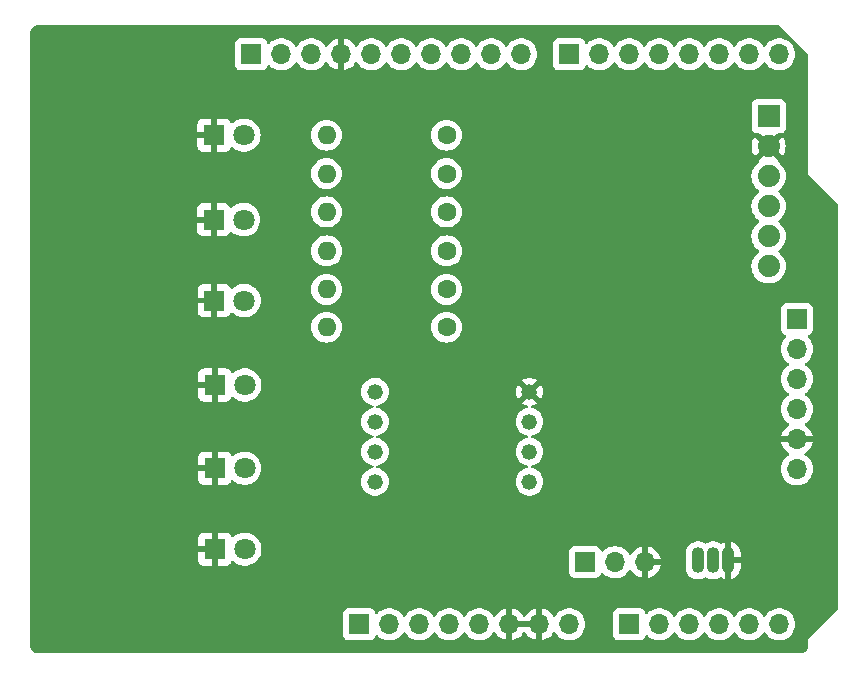
<source format=gbr>
%TF.GenerationSoftware,KiCad,Pcbnew,8.0.8*%
%TF.CreationDate,2025-03-13T21:39:24-06:00*%
%TF.ProjectId,Final_Project_PCB,46696e61-6c5f-4507-926f-6a6563745f50,rev?*%
%TF.SameCoordinates,Original*%
%TF.FileFunction,Copper,L2,Bot*%
%TF.FilePolarity,Positive*%
%FSLAX46Y46*%
G04 Gerber Fmt 4.6, Leading zero omitted, Abs format (unit mm)*
G04 Created by KiCad (PCBNEW 8.0.8) date 2025-03-13 21:39:24*
%MOMM*%
%LPD*%
G01*
G04 APERTURE LIST*
%TA.AperFunction,ComponentPad*%
%ADD10R,1.700000X1.700000*%
%TD*%
%TA.AperFunction,ComponentPad*%
%ADD11O,1.700000X1.700000*%
%TD*%
%TA.AperFunction,ComponentPad*%
%ADD12R,1.800000X1.800000*%
%TD*%
%TA.AperFunction,ComponentPad*%
%ADD13C,1.800000*%
%TD*%
%TA.AperFunction,ComponentPad*%
%ADD14O,1.100000X2.200000*%
%TD*%
%TA.AperFunction,ComponentPad*%
%ADD15C,1.600000*%
%TD*%
%TA.AperFunction,ComponentPad*%
%ADD16O,1.600000X1.600000*%
%TD*%
%TA.AperFunction,ComponentPad*%
%ADD17R,1.879600X1.879600*%
%TD*%
%TA.AperFunction,ComponentPad*%
%ADD18C,1.879600*%
%TD*%
%TA.AperFunction,ComponentPad*%
%ADD19C,1.321000*%
%TD*%
G04 APERTURE END LIST*
D10*
%TO.P,J1,1,Pin_1*%
%TO.N,unconnected-(J1-Pin_1-Pad1)*%
X127940000Y-97460000D03*
D11*
%TO.P,J1,2,Pin_2*%
%TO.N,/IOREF*%
X130480000Y-97460000D03*
%TO.P,J1,3,Pin_3*%
%TO.N,/~{RESET}*%
X133020000Y-97460000D03*
%TO.P,J1,4,Pin_4*%
%TO.N,+3V3*%
X135560000Y-97460000D03*
%TO.P,J1,5,Pin_5*%
%TO.N,+5V*%
X138100000Y-97460000D03*
%TO.P,J1,6,Pin_6*%
%TO.N,GND*%
X140640000Y-97460000D03*
%TO.P,J1,7,Pin_7*%
X143180000Y-97460000D03*
%TO.P,J1,8,Pin_8*%
%TO.N,VCC*%
X145720000Y-97460000D03*
%TD*%
D10*
%TO.P,J3,1,Pin_1*%
%TO.N,/DHT_Sensor*%
X150800000Y-97460000D03*
D11*
%TO.P,J3,2,Pin_2*%
%TO.N,/Ext_Temp_Sensor*%
X153340000Y-97460000D03*
%TO.P,J3,3,Pin_3*%
%TO.N,unconnected-(J3-Pin_3-Pad3)*%
X155880000Y-97460000D03*
%TO.P,J3,4,Pin_4*%
%TO.N,/Pressure_Sensor*%
X158420000Y-97460000D03*
%TO.P,J3,5,Pin_5*%
%TO.N,/Accel_X*%
X160960000Y-97460000D03*
%TO.P,J3,6,Pin_6*%
%TO.N,/Accel_Z*%
X163500000Y-97460000D03*
%TD*%
D10*
%TO.P,J2,1,Pin_1*%
%TO.N,/SCL{slash}A5*%
X118796000Y-49200000D03*
D11*
%TO.P,J2,2,Pin_2*%
%TO.N,/SDA{slash}A4*%
X121336000Y-49200000D03*
%TO.P,J2,3,Pin_3*%
%TO.N,/AREF*%
X123876000Y-49200000D03*
%TO.P,J2,4,Pin_4*%
%TO.N,GND*%
X126416000Y-49200000D03*
%TO.P,J2,5,Pin_5*%
%TO.N,/13*%
X128956000Y-49200000D03*
%TO.P,J2,6,Pin_6*%
%TO.N,/12*%
X131496000Y-49200000D03*
%TO.P,J2,7,Pin_7*%
%TO.N,/\u002A11*%
X134036000Y-49200000D03*
%TO.P,J2,8,Pin_8*%
%TO.N,/\u002A10*%
X136576000Y-49200000D03*
%TO.P,J2,9,Pin_9*%
%TO.N,/LED_Accelerometer*%
X139116000Y-49200000D03*
%TO.P,J2,10,Pin_10*%
%TO.N,/8*%
X141656000Y-49200000D03*
%TD*%
D10*
%TO.P,J4,1,Pin_1*%
%TO.N,/LED_Pressure*%
X145720000Y-49200000D03*
D11*
%TO.P,J4,2,Pin_2*%
%TO.N,/LED_Humidity*%
X148260000Y-49200000D03*
%TO.P,J4,3,Pin_3*%
%TO.N,/LED_ExternalTemp*%
X150800000Y-49200000D03*
%TO.P,J4,4,Pin_4*%
%TO.N,/LED_InternalTemp*%
X153340000Y-49200000D03*
%TO.P,J4,5,Pin_5*%
%TO.N,/LED_Power*%
X155880000Y-49200000D03*
%TO.P,J4,6,Pin_6*%
%TO.N,/6*%
X158420000Y-49200000D03*
%TO.P,J4,7,Pin_7*%
%TO.N,/TX{slash}1*%
X160960000Y-49200000D03*
%TO.P,J4,8,Pin_8*%
%TO.N,/Open_Logger*%
X163500000Y-49200000D03*
%TD*%
D12*
%TO.P,D5,1,K*%
%TO.N,GND*%
X115610000Y-63200000D03*
D13*
%TO.P,D5,2,A*%
%TO.N,Net-(D5-A)*%
X118150000Y-63200000D03*
%TD*%
D14*
%TO.P,U1,1,+VS*%
%TO.N,+5V*%
X156635000Y-92050000D03*
%TO.P,U1,2,VOUT*%
%TO.N,/Ext_Temp_Sensor*%
X157905000Y-92050000D03*
%TO.P,U1,3,GND*%
%TO.N,GND*%
X159175000Y-92050000D03*
%TD*%
D10*
%TO.P,J5,1,Pin_1*%
%TO.N,+5V*%
X147060000Y-92200000D03*
D11*
%TO.P,J5,2,Pin_2*%
%TO.N,/DHT_Sensor*%
X149600000Y-92200000D03*
%TO.P,J5,3,Pin_3*%
%TO.N,GND*%
X152140000Y-92200000D03*
%TD*%
D15*
%TO.P,R5,1*%
%TO.N,/LED_Pressure*%
X135330000Y-59300000D03*
D16*
%TO.P,R5,2*%
%TO.N,Net-(D5-A)*%
X125170000Y-59300000D03*
%TD*%
D17*
%TO.P,U2,1,BLK*%
%TO.N,unconnected-(U2-BLK-Pad1)*%
X162600000Y-54450000D03*
D18*
%TO.P,U2,2,GND*%
%TO.N,GND*%
X162600000Y-56990000D03*
%TO.P,U2,3,VCC*%
%TO.N,+5V*%
X162600000Y-59530000D03*
%TO.P,U2,4,TXO*%
%TO.N,unconnected-(U2-TXO-Pad4)*%
X162600000Y-62070000D03*
%TO.P,U2,5,RXI*%
%TO.N,/Open_Logger*%
X162600000Y-64610000D03*
%TO.P,U2,6,GRN*%
%TO.N,unconnected-(U2-GRN-Pad6)*%
X162600000Y-67150000D03*
%TD*%
D19*
%TO.P,IC1,1,NC_1*%
%TO.N,unconnected-(IC1-NC_1-Pad1)*%
X142350000Y-85395000D03*
%TO.P,IC1,2,VSUPPLY*%
%TO.N,+5V*%
X142350000Y-82855000D03*
%TO.P,IC1,3,VOUT*%
%TO.N,/Pressure_Sensor*%
X142350000Y-80315000D03*
%TO.P,IC1,4,GND*%
%TO.N,GND*%
X142350000Y-77775000D03*
%TO.P,IC1,5,NC_2*%
%TO.N,unconnected-(IC1-NC_2-Pad5)*%
X129270000Y-77775000D03*
%TO.P,IC1,6,NC_3*%
%TO.N,unconnected-(IC1-NC_3-Pad6)*%
X129270000Y-80315000D03*
%TO.P,IC1,7,NC_4*%
%TO.N,unconnected-(IC1-NC_4-Pad7)*%
X129270000Y-82855000D03*
%TO.P,IC1,8,NC_5*%
%TO.N,unconnected-(IC1-NC_5-Pad8)*%
X129270000Y-85395000D03*
%TD*%
D12*
%TO.P,D1,1,K*%
%TO.N,GND*%
X115710000Y-91100000D03*
D13*
%TO.P,D1,2,A*%
%TO.N,Net-(D1-A)*%
X118250000Y-91100000D03*
%TD*%
D15*
%TO.P,R1,1*%
%TO.N,/LED_Power*%
X135330000Y-72300000D03*
D16*
%TO.P,R1,2*%
%TO.N,Net-(D1-A)*%
X125170000Y-72300000D03*
%TD*%
D15*
%TO.P,R3,1*%
%TO.N,/LED_ExternalTemp*%
X135340000Y-65850000D03*
D16*
%TO.P,R3,2*%
%TO.N,Net-(D3-A)*%
X125180000Y-65850000D03*
%TD*%
D12*
%TO.P,D6,1,K*%
%TO.N,GND*%
X115645000Y-56050000D03*
D13*
%TO.P,D6,2,A*%
%TO.N,Net-(D6-A)*%
X118185000Y-56050000D03*
%TD*%
D12*
%TO.P,D3,1,K*%
%TO.N,GND*%
X115710000Y-77200000D03*
D13*
%TO.P,D3,2,A*%
%TO.N,Net-(D3-A)*%
X118250000Y-77200000D03*
%TD*%
D15*
%TO.P,R2,1*%
%TO.N,/LED_InternalTemp*%
X135330000Y-69100000D03*
D16*
%TO.P,R2,2*%
%TO.N,Net-(D2-A)*%
X125170000Y-69100000D03*
%TD*%
D15*
%TO.P,R4,1*%
%TO.N,/LED_Humidity*%
X135330000Y-62550000D03*
D16*
%TO.P,R4,2*%
%TO.N,Net-(D4-A)*%
X125170000Y-62550000D03*
%TD*%
D10*
%TO.P,J6,1,Pin_1*%
%TO.N,unconnected-(J6-Pin_1-Pad1)*%
X165000000Y-71625000D03*
D11*
%TO.P,J6,2,Pin_2*%
%TO.N,/Accel_Z*%
X165000000Y-74165000D03*
%TO.P,J6,3,Pin_3*%
%TO.N,unconnected-(J6-Pin_3-Pad3)*%
X165000000Y-76705000D03*
%TO.P,J6,4,Pin_4*%
%TO.N,/Accel_X*%
X165000000Y-79245000D03*
%TO.P,J6,5,Pin_5*%
%TO.N,GND*%
X165000000Y-81785000D03*
%TO.P,J6,6,Pin_6*%
%TO.N,+3V3*%
X165000000Y-84325000D03*
%TD*%
D12*
%TO.P,D4,1,K*%
%TO.N,GND*%
X115660000Y-70050000D03*
D13*
%TO.P,D4,2,A*%
%TO.N,Net-(D4-A)*%
X118200000Y-70050000D03*
%TD*%
D12*
%TO.P,D2,1,K*%
%TO.N,GND*%
X115700000Y-84250000D03*
D13*
%TO.P,D2,2,A*%
%TO.N,Net-(D2-A)*%
X118240000Y-84250000D03*
%TD*%
D15*
%TO.P,R6,1*%
%TO.N,/LED_Accelerometer*%
X135330000Y-56050000D03*
D16*
%TO.P,R6,2*%
%TO.N,Net-(D6-A)*%
X125170000Y-56050000D03*
%TD*%
%TA.AperFunction,Conductor*%
%TO.N,GND*%
G36*
X142714075Y-97267007D02*
G01*
X142680000Y-97394174D01*
X142680000Y-97525826D01*
X142714075Y-97652993D01*
X142746988Y-97710000D01*
X141073012Y-97710000D01*
X141105925Y-97652993D01*
X141140000Y-97525826D01*
X141140000Y-97394174D01*
X141105925Y-97267007D01*
X141073012Y-97210000D01*
X142746988Y-97210000D01*
X142714075Y-97267007D01*
G37*
%TD.AperFunction*%
%TA.AperFunction,Conductor*%
G36*
X163484404Y-46755185D02*
G01*
X163505046Y-46771819D01*
X165928181Y-49194954D01*
X165961666Y-49256277D01*
X165964500Y-49282635D01*
X165964500Y-59344982D01*
X165964500Y-59375018D01*
X165975994Y-59402767D01*
X165975995Y-59402768D01*
X168468181Y-61894954D01*
X168501666Y-61956277D01*
X168504500Y-61982635D01*
X168504500Y-96107364D01*
X168484815Y-96174403D01*
X168468181Y-96195045D01*
X165997233Y-98665994D01*
X165975995Y-98687231D01*
X165964500Y-98714982D01*
X165964500Y-99231907D01*
X165963903Y-99244062D01*
X165952505Y-99359778D01*
X165947763Y-99383618D01*
X165917832Y-99482290D01*
X165915789Y-99489024D01*
X165906486Y-99511482D01*
X165854561Y-99608627D01*
X165841056Y-99628839D01*
X165771176Y-99713988D01*
X165753988Y-99731176D01*
X165668839Y-99801056D01*
X165648627Y-99814561D01*
X165551482Y-99866486D01*
X165529028Y-99875787D01*
X165487028Y-99888528D01*
X165423618Y-99907763D01*
X165399778Y-99912505D01*
X165291162Y-99923203D01*
X165284060Y-99923903D01*
X165271907Y-99924500D01*
X100768093Y-99924500D01*
X100755939Y-99923903D01*
X100747995Y-99923120D01*
X100640221Y-99912505D01*
X100616381Y-99907763D01*
X100599445Y-99902625D01*
X100510968Y-99875786D01*
X100488517Y-99866486D01*
X100391372Y-99814561D01*
X100371160Y-99801056D01*
X100286011Y-99731176D01*
X100268823Y-99713988D01*
X100198943Y-99628839D01*
X100185438Y-99608627D01*
X100133510Y-99511476D01*
X100124215Y-99489037D01*
X100092234Y-99383612D01*
X100087494Y-99359777D01*
X100076097Y-99244061D01*
X100075500Y-99231907D01*
X100075500Y-96561345D01*
X126581500Y-96561345D01*
X126581500Y-98358654D01*
X126588011Y-98419202D01*
X126588011Y-98419204D01*
X126639111Y-98556204D01*
X126726739Y-98673261D01*
X126843796Y-98760889D01*
X126980799Y-98811989D01*
X127008050Y-98814918D01*
X127041345Y-98818499D01*
X127041362Y-98818500D01*
X128838638Y-98818500D01*
X128838654Y-98818499D01*
X128865692Y-98815591D01*
X128899201Y-98811989D01*
X129036204Y-98760889D01*
X129153261Y-98673261D01*
X129240889Y-98556204D01*
X129286138Y-98434887D01*
X129328009Y-98378956D01*
X129393474Y-98354539D01*
X129461746Y-98369391D01*
X129493545Y-98394236D01*
X129556760Y-98462906D01*
X129734424Y-98601189D01*
X129734425Y-98601189D01*
X129734427Y-98601191D01*
X129861135Y-98669761D01*
X129932426Y-98708342D01*
X130145365Y-98781444D01*
X130367431Y-98818500D01*
X130592569Y-98818500D01*
X130814635Y-98781444D01*
X131027574Y-98708342D01*
X131225576Y-98601189D01*
X131403240Y-98462906D01*
X131524594Y-98331082D01*
X131555715Y-98297276D01*
X131555715Y-98297275D01*
X131555722Y-98297268D01*
X131646193Y-98158790D01*
X131699338Y-98113437D01*
X131768569Y-98104013D01*
X131831905Y-98133515D01*
X131853804Y-98158787D01*
X131944278Y-98297268D01*
X131944283Y-98297273D01*
X131944284Y-98297276D01*
X132070968Y-98434889D01*
X132096760Y-98462906D01*
X132274424Y-98601189D01*
X132274425Y-98601189D01*
X132274427Y-98601191D01*
X132401135Y-98669761D01*
X132472426Y-98708342D01*
X132685365Y-98781444D01*
X132907431Y-98818500D01*
X133132569Y-98818500D01*
X133354635Y-98781444D01*
X133567574Y-98708342D01*
X133765576Y-98601189D01*
X133943240Y-98462906D01*
X134064594Y-98331082D01*
X134095715Y-98297276D01*
X134095715Y-98297275D01*
X134095722Y-98297268D01*
X134186193Y-98158790D01*
X134239338Y-98113437D01*
X134308569Y-98104013D01*
X134371905Y-98133515D01*
X134393804Y-98158787D01*
X134484278Y-98297268D01*
X134484283Y-98297273D01*
X134484284Y-98297276D01*
X134610968Y-98434889D01*
X134636760Y-98462906D01*
X134814424Y-98601189D01*
X134814425Y-98601189D01*
X134814427Y-98601191D01*
X134941135Y-98669761D01*
X135012426Y-98708342D01*
X135225365Y-98781444D01*
X135447431Y-98818500D01*
X135672569Y-98818500D01*
X135894635Y-98781444D01*
X136107574Y-98708342D01*
X136305576Y-98601189D01*
X136483240Y-98462906D01*
X136604594Y-98331082D01*
X136635715Y-98297276D01*
X136635715Y-98297275D01*
X136635722Y-98297268D01*
X136726193Y-98158790D01*
X136779338Y-98113437D01*
X136848569Y-98104013D01*
X136911905Y-98133515D01*
X136933804Y-98158787D01*
X137024278Y-98297268D01*
X137024283Y-98297273D01*
X137024284Y-98297276D01*
X137150968Y-98434889D01*
X137176760Y-98462906D01*
X137354424Y-98601189D01*
X137354425Y-98601189D01*
X137354427Y-98601191D01*
X137481135Y-98669761D01*
X137552426Y-98708342D01*
X137765365Y-98781444D01*
X137987431Y-98818500D01*
X138212569Y-98818500D01*
X138434635Y-98781444D01*
X138647574Y-98708342D01*
X138845576Y-98601189D01*
X139023240Y-98462906D01*
X139144594Y-98331082D01*
X139175715Y-98297276D01*
X139175715Y-98297275D01*
X139175722Y-98297268D01*
X139269749Y-98153347D01*
X139322894Y-98107994D01*
X139392125Y-98098570D01*
X139455461Y-98128072D01*
X139475130Y-98150048D01*
X139601890Y-98331078D01*
X139768917Y-98498105D01*
X139962421Y-98633600D01*
X140176507Y-98733429D01*
X140176516Y-98733433D01*
X140390000Y-98790634D01*
X140390000Y-97893012D01*
X140447007Y-97925925D01*
X140574174Y-97960000D01*
X140705826Y-97960000D01*
X140832993Y-97925925D01*
X140890000Y-97893012D01*
X140890000Y-98790633D01*
X141103483Y-98733433D01*
X141103492Y-98733429D01*
X141317578Y-98633600D01*
X141511082Y-98498105D01*
X141678105Y-98331082D01*
X141808425Y-98144968D01*
X141863002Y-98101344D01*
X141932501Y-98094151D01*
X141994855Y-98125673D01*
X142011575Y-98144968D01*
X142141894Y-98331082D01*
X142308917Y-98498105D01*
X142502421Y-98633600D01*
X142716507Y-98733429D01*
X142716516Y-98733433D01*
X142930000Y-98790634D01*
X142930000Y-97893012D01*
X142987007Y-97925925D01*
X143114174Y-97960000D01*
X143245826Y-97960000D01*
X143372993Y-97925925D01*
X143430000Y-97893012D01*
X143430000Y-98790633D01*
X143643483Y-98733433D01*
X143643492Y-98733429D01*
X143857578Y-98633600D01*
X144051082Y-98498105D01*
X144218105Y-98331082D01*
X144344868Y-98150048D01*
X144399445Y-98106423D01*
X144468944Y-98099231D01*
X144531298Y-98130753D01*
X144550251Y-98153350D01*
X144644276Y-98297265D01*
X144644284Y-98297276D01*
X144770968Y-98434889D01*
X144796760Y-98462906D01*
X144974424Y-98601189D01*
X144974425Y-98601189D01*
X144974427Y-98601191D01*
X145101135Y-98669761D01*
X145172426Y-98708342D01*
X145385365Y-98781444D01*
X145607431Y-98818500D01*
X145832569Y-98818500D01*
X146054635Y-98781444D01*
X146267574Y-98708342D01*
X146465576Y-98601189D01*
X146643240Y-98462906D01*
X146764594Y-98331082D01*
X146795715Y-98297276D01*
X146795717Y-98297273D01*
X146795722Y-98297268D01*
X146918860Y-98108791D01*
X147009296Y-97902616D01*
X147064564Y-97684368D01*
X147067164Y-97652993D01*
X147083156Y-97460005D01*
X147083156Y-97459994D01*
X147064565Y-97235640D01*
X147064563Y-97235628D01*
X147009296Y-97017385D01*
X146999071Y-96994075D01*
X146918860Y-96811209D01*
X146902706Y-96786484D01*
X146795723Y-96622734D01*
X146795715Y-96622723D01*
X146739212Y-96561345D01*
X149441500Y-96561345D01*
X149441500Y-98358654D01*
X149448011Y-98419202D01*
X149448011Y-98419204D01*
X149499111Y-98556204D01*
X149586739Y-98673261D01*
X149703796Y-98760889D01*
X149840799Y-98811989D01*
X149868050Y-98814918D01*
X149901345Y-98818499D01*
X149901362Y-98818500D01*
X151698638Y-98818500D01*
X151698654Y-98818499D01*
X151725692Y-98815591D01*
X151759201Y-98811989D01*
X151896204Y-98760889D01*
X152013261Y-98673261D01*
X152100889Y-98556204D01*
X152146138Y-98434887D01*
X152188009Y-98378956D01*
X152253474Y-98354539D01*
X152321746Y-98369391D01*
X152353545Y-98394236D01*
X152416760Y-98462906D01*
X152594424Y-98601189D01*
X152594425Y-98601189D01*
X152594427Y-98601191D01*
X152721135Y-98669761D01*
X152792426Y-98708342D01*
X153005365Y-98781444D01*
X153227431Y-98818500D01*
X153452569Y-98818500D01*
X153674635Y-98781444D01*
X153887574Y-98708342D01*
X154085576Y-98601189D01*
X154263240Y-98462906D01*
X154384594Y-98331082D01*
X154415715Y-98297276D01*
X154415715Y-98297275D01*
X154415722Y-98297268D01*
X154506193Y-98158790D01*
X154559338Y-98113437D01*
X154628569Y-98104013D01*
X154691905Y-98133515D01*
X154713804Y-98158787D01*
X154804278Y-98297268D01*
X154804283Y-98297273D01*
X154804284Y-98297276D01*
X154930968Y-98434889D01*
X154956760Y-98462906D01*
X155134424Y-98601189D01*
X155134425Y-98601189D01*
X155134427Y-98601191D01*
X155261135Y-98669761D01*
X155332426Y-98708342D01*
X155545365Y-98781444D01*
X155767431Y-98818500D01*
X155992569Y-98818500D01*
X156214635Y-98781444D01*
X156427574Y-98708342D01*
X156625576Y-98601189D01*
X156803240Y-98462906D01*
X156924594Y-98331082D01*
X156955715Y-98297276D01*
X156955715Y-98297275D01*
X156955722Y-98297268D01*
X157046193Y-98158790D01*
X157099338Y-98113437D01*
X157168569Y-98104013D01*
X157231905Y-98133515D01*
X157253804Y-98158787D01*
X157344278Y-98297268D01*
X157344283Y-98297273D01*
X157344284Y-98297276D01*
X157470968Y-98434889D01*
X157496760Y-98462906D01*
X157674424Y-98601189D01*
X157674425Y-98601189D01*
X157674427Y-98601191D01*
X157801135Y-98669761D01*
X157872426Y-98708342D01*
X158085365Y-98781444D01*
X158307431Y-98818500D01*
X158532569Y-98818500D01*
X158754635Y-98781444D01*
X158967574Y-98708342D01*
X159165576Y-98601189D01*
X159343240Y-98462906D01*
X159464594Y-98331082D01*
X159495715Y-98297276D01*
X159495715Y-98297275D01*
X159495722Y-98297268D01*
X159586193Y-98158790D01*
X159639338Y-98113437D01*
X159708569Y-98104013D01*
X159771905Y-98133515D01*
X159793804Y-98158787D01*
X159884278Y-98297268D01*
X159884283Y-98297273D01*
X159884284Y-98297276D01*
X160010968Y-98434889D01*
X160036760Y-98462906D01*
X160214424Y-98601189D01*
X160214425Y-98601189D01*
X160214427Y-98601191D01*
X160341135Y-98669761D01*
X160412426Y-98708342D01*
X160625365Y-98781444D01*
X160847431Y-98818500D01*
X161072569Y-98818500D01*
X161294635Y-98781444D01*
X161507574Y-98708342D01*
X161705576Y-98601189D01*
X161883240Y-98462906D01*
X162004594Y-98331082D01*
X162035715Y-98297276D01*
X162035715Y-98297275D01*
X162035722Y-98297268D01*
X162126193Y-98158790D01*
X162179338Y-98113437D01*
X162248569Y-98104013D01*
X162311905Y-98133515D01*
X162333804Y-98158787D01*
X162424278Y-98297268D01*
X162424283Y-98297273D01*
X162424284Y-98297276D01*
X162550968Y-98434889D01*
X162576760Y-98462906D01*
X162754424Y-98601189D01*
X162754425Y-98601189D01*
X162754427Y-98601191D01*
X162881135Y-98669761D01*
X162952426Y-98708342D01*
X163165365Y-98781444D01*
X163387431Y-98818500D01*
X163612569Y-98818500D01*
X163834635Y-98781444D01*
X164047574Y-98708342D01*
X164245576Y-98601189D01*
X164423240Y-98462906D01*
X164544594Y-98331082D01*
X164575715Y-98297276D01*
X164575717Y-98297273D01*
X164575722Y-98297268D01*
X164698860Y-98108791D01*
X164789296Y-97902616D01*
X164844564Y-97684368D01*
X164847164Y-97652993D01*
X164863156Y-97460005D01*
X164863156Y-97459994D01*
X164844565Y-97235640D01*
X164844563Y-97235628D01*
X164789296Y-97017385D01*
X164779071Y-96994075D01*
X164698860Y-96811209D01*
X164682706Y-96786484D01*
X164575723Y-96622734D01*
X164575715Y-96622723D01*
X164423243Y-96457097D01*
X164423238Y-96457092D01*
X164245577Y-96318812D01*
X164245572Y-96318808D01*
X164047580Y-96211661D01*
X164047577Y-96211659D01*
X164047574Y-96211658D01*
X164047571Y-96211657D01*
X164047569Y-96211656D01*
X163834637Y-96138556D01*
X163612569Y-96101500D01*
X163387431Y-96101500D01*
X163165362Y-96138556D01*
X162952430Y-96211656D01*
X162952419Y-96211661D01*
X162754427Y-96318808D01*
X162754422Y-96318812D01*
X162576761Y-96457092D01*
X162576756Y-96457097D01*
X162424284Y-96622723D01*
X162424276Y-96622734D01*
X162333808Y-96761206D01*
X162280662Y-96806562D01*
X162211431Y-96815986D01*
X162148095Y-96786484D01*
X162126192Y-96761206D01*
X162035723Y-96622734D01*
X162035715Y-96622723D01*
X161883243Y-96457097D01*
X161883238Y-96457092D01*
X161705577Y-96318812D01*
X161705572Y-96318808D01*
X161507580Y-96211661D01*
X161507577Y-96211659D01*
X161507574Y-96211658D01*
X161507571Y-96211657D01*
X161507569Y-96211656D01*
X161294637Y-96138556D01*
X161072569Y-96101500D01*
X160847431Y-96101500D01*
X160625362Y-96138556D01*
X160412430Y-96211656D01*
X160412419Y-96211661D01*
X160214427Y-96318808D01*
X160214422Y-96318812D01*
X160036761Y-96457092D01*
X160036756Y-96457097D01*
X159884284Y-96622723D01*
X159884276Y-96622734D01*
X159793808Y-96761206D01*
X159740662Y-96806562D01*
X159671431Y-96815986D01*
X159608095Y-96786484D01*
X159586192Y-96761206D01*
X159495723Y-96622734D01*
X159495715Y-96622723D01*
X159343243Y-96457097D01*
X159343238Y-96457092D01*
X159165577Y-96318812D01*
X159165572Y-96318808D01*
X158967580Y-96211661D01*
X158967577Y-96211659D01*
X158967574Y-96211658D01*
X158967571Y-96211657D01*
X158967569Y-96211656D01*
X158754637Y-96138556D01*
X158532569Y-96101500D01*
X158307431Y-96101500D01*
X158085362Y-96138556D01*
X157872430Y-96211656D01*
X157872419Y-96211661D01*
X157674427Y-96318808D01*
X157674422Y-96318812D01*
X157496761Y-96457092D01*
X157496756Y-96457097D01*
X157344284Y-96622723D01*
X157344276Y-96622734D01*
X157253808Y-96761206D01*
X157200662Y-96806562D01*
X157131431Y-96815986D01*
X157068095Y-96786484D01*
X157046192Y-96761206D01*
X156955723Y-96622734D01*
X156955715Y-96622723D01*
X156803243Y-96457097D01*
X156803238Y-96457092D01*
X156625577Y-96318812D01*
X156625572Y-96318808D01*
X156427580Y-96211661D01*
X156427577Y-96211659D01*
X156427574Y-96211658D01*
X156427571Y-96211657D01*
X156427569Y-96211656D01*
X156214637Y-96138556D01*
X155992569Y-96101500D01*
X155767431Y-96101500D01*
X155545362Y-96138556D01*
X155332430Y-96211656D01*
X155332419Y-96211661D01*
X155134427Y-96318808D01*
X155134422Y-96318812D01*
X154956761Y-96457092D01*
X154956756Y-96457097D01*
X154804284Y-96622723D01*
X154804276Y-96622734D01*
X154713808Y-96761206D01*
X154660662Y-96806562D01*
X154591431Y-96815986D01*
X154528095Y-96786484D01*
X154506192Y-96761206D01*
X154415723Y-96622734D01*
X154415715Y-96622723D01*
X154263243Y-96457097D01*
X154263238Y-96457092D01*
X154085577Y-96318812D01*
X154085572Y-96318808D01*
X153887580Y-96211661D01*
X153887577Y-96211659D01*
X153887574Y-96211658D01*
X153887571Y-96211657D01*
X153887569Y-96211656D01*
X153674637Y-96138556D01*
X153452569Y-96101500D01*
X153227431Y-96101500D01*
X153005362Y-96138556D01*
X152792430Y-96211656D01*
X152792419Y-96211661D01*
X152594427Y-96318808D01*
X152594422Y-96318812D01*
X152416761Y-96457092D01*
X152353548Y-96525760D01*
X152293661Y-96561750D01*
X152223823Y-96559649D01*
X152166207Y-96520124D01*
X152146138Y-96485110D01*
X152100889Y-96363796D01*
X152067214Y-96318812D01*
X152013261Y-96246739D01*
X151896204Y-96159111D01*
X151895172Y-96158726D01*
X151759203Y-96108011D01*
X151698654Y-96101500D01*
X151698638Y-96101500D01*
X149901362Y-96101500D01*
X149901345Y-96101500D01*
X149840797Y-96108011D01*
X149840795Y-96108011D01*
X149703795Y-96159111D01*
X149586739Y-96246739D01*
X149499111Y-96363795D01*
X149448011Y-96500795D01*
X149448011Y-96500797D01*
X149441500Y-96561345D01*
X146739212Y-96561345D01*
X146643243Y-96457097D01*
X146643238Y-96457092D01*
X146465577Y-96318812D01*
X146465572Y-96318808D01*
X146267580Y-96211661D01*
X146267577Y-96211659D01*
X146267574Y-96211658D01*
X146267571Y-96211657D01*
X146267569Y-96211656D01*
X146054637Y-96138556D01*
X145832569Y-96101500D01*
X145607431Y-96101500D01*
X145385362Y-96138556D01*
X145172430Y-96211656D01*
X145172419Y-96211661D01*
X144974427Y-96318808D01*
X144974422Y-96318812D01*
X144796761Y-96457092D01*
X144796756Y-96457097D01*
X144644284Y-96622723D01*
X144644276Y-96622734D01*
X144550251Y-96766650D01*
X144497105Y-96812007D01*
X144427873Y-96821430D01*
X144364538Y-96791928D01*
X144344868Y-96769951D01*
X144218113Y-96588926D01*
X144218108Y-96588920D01*
X144051082Y-96421894D01*
X143857578Y-96286399D01*
X143643492Y-96186570D01*
X143643486Y-96186567D01*
X143430000Y-96129364D01*
X143430000Y-97026988D01*
X143372993Y-96994075D01*
X143245826Y-96960000D01*
X143114174Y-96960000D01*
X142987007Y-96994075D01*
X142930000Y-97026988D01*
X142930000Y-96129364D01*
X142929999Y-96129364D01*
X142716513Y-96186567D01*
X142716507Y-96186570D01*
X142502422Y-96286399D01*
X142502420Y-96286400D01*
X142308926Y-96421886D01*
X142308920Y-96421891D01*
X142141891Y-96588920D01*
X142141890Y-96588922D01*
X142011575Y-96775031D01*
X141956998Y-96818655D01*
X141887499Y-96825848D01*
X141825145Y-96794326D01*
X141808425Y-96775031D01*
X141678109Y-96588922D01*
X141678108Y-96588920D01*
X141511082Y-96421894D01*
X141317578Y-96286399D01*
X141103492Y-96186570D01*
X141103486Y-96186567D01*
X140890000Y-96129364D01*
X140890000Y-97026988D01*
X140832993Y-96994075D01*
X140705826Y-96960000D01*
X140574174Y-96960000D01*
X140447007Y-96994075D01*
X140390000Y-97026988D01*
X140390000Y-96129364D01*
X140389999Y-96129364D01*
X140176513Y-96186567D01*
X140176507Y-96186570D01*
X139962422Y-96286399D01*
X139962420Y-96286400D01*
X139768926Y-96421886D01*
X139768920Y-96421891D01*
X139601891Y-96588920D01*
X139601890Y-96588922D01*
X139475131Y-96769952D01*
X139420554Y-96813577D01*
X139351055Y-96820769D01*
X139288701Y-96789247D01*
X139269752Y-96766656D01*
X139175722Y-96622732D01*
X139175715Y-96622725D01*
X139175715Y-96622723D01*
X139023243Y-96457097D01*
X139023238Y-96457092D01*
X138845577Y-96318812D01*
X138845572Y-96318808D01*
X138647580Y-96211661D01*
X138647577Y-96211659D01*
X138647574Y-96211658D01*
X138647571Y-96211657D01*
X138647569Y-96211656D01*
X138434637Y-96138556D01*
X138212569Y-96101500D01*
X137987431Y-96101500D01*
X137765362Y-96138556D01*
X137552430Y-96211656D01*
X137552419Y-96211661D01*
X137354427Y-96318808D01*
X137354422Y-96318812D01*
X137176761Y-96457092D01*
X137176756Y-96457097D01*
X137024284Y-96622723D01*
X137024276Y-96622734D01*
X136933808Y-96761206D01*
X136880662Y-96806562D01*
X136811431Y-96815986D01*
X136748095Y-96786484D01*
X136726192Y-96761206D01*
X136635723Y-96622734D01*
X136635715Y-96622723D01*
X136483243Y-96457097D01*
X136483238Y-96457092D01*
X136305577Y-96318812D01*
X136305572Y-96318808D01*
X136107580Y-96211661D01*
X136107577Y-96211659D01*
X136107574Y-96211658D01*
X136107571Y-96211657D01*
X136107569Y-96211656D01*
X135894637Y-96138556D01*
X135672569Y-96101500D01*
X135447431Y-96101500D01*
X135225362Y-96138556D01*
X135012430Y-96211656D01*
X135012419Y-96211661D01*
X134814427Y-96318808D01*
X134814422Y-96318812D01*
X134636761Y-96457092D01*
X134636756Y-96457097D01*
X134484284Y-96622723D01*
X134484276Y-96622734D01*
X134393808Y-96761206D01*
X134340662Y-96806562D01*
X134271431Y-96815986D01*
X134208095Y-96786484D01*
X134186192Y-96761206D01*
X134095723Y-96622734D01*
X134095715Y-96622723D01*
X133943243Y-96457097D01*
X133943238Y-96457092D01*
X133765577Y-96318812D01*
X133765572Y-96318808D01*
X133567580Y-96211661D01*
X133567577Y-96211659D01*
X133567574Y-96211658D01*
X133567571Y-96211657D01*
X133567569Y-96211656D01*
X133354637Y-96138556D01*
X133132569Y-96101500D01*
X132907431Y-96101500D01*
X132685362Y-96138556D01*
X132472430Y-96211656D01*
X132472419Y-96211661D01*
X132274427Y-96318808D01*
X132274422Y-96318812D01*
X132096761Y-96457092D01*
X132096756Y-96457097D01*
X131944284Y-96622723D01*
X131944276Y-96622734D01*
X131853808Y-96761206D01*
X131800662Y-96806562D01*
X131731431Y-96815986D01*
X131668095Y-96786484D01*
X131646192Y-96761206D01*
X131555723Y-96622734D01*
X131555715Y-96622723D01*
X131403243Y-96457097D01*
X131403238Y-96457092D01*
X131225577Y-96318812D01*
X131225572Y-96318808D01*
X131027580Y-96211661D01*
X131027577Y-96211659D01*
X131027574Y-96211658D01*
X131027571Y-96211657D01*
X131027569Y-96211656D01*
X130814637Y-96138556D01*
X130592569Y-96101500D01*
X130367431Y-96101500D01*
X130145362Y-96138556D01*
X129932430Y-96211656D01*
X129932419Y-96211661D01*
X129734427Y-96318808D01*
X129734422Y-96318812D01*
X129556761Y-96457092D01*
X129493548Y-96525760D01*
X129433661Y-96561750D01*
X129363823Y-96559649D01*
X129306207Y-96520124D01*
X129286138Y-96485110D01*
X129240889Y-96363796D01*
X129207214Y-96318812D01*
X129153261Y-96246739D01*
X129036204Y-96159111D01*
X129035172Y-96158726D01*
X128899203Y-96108011D01*
X128838654Y-96101500D01*
X128838638Y-96101500D01*
X127041362Y-96101500D01*
X127041345Y-96101500D01*
X126980797Y-96108011D01*
X126980795Y-96108011D01*
X126843795Y-96159111D01*
X126726739Y-96246739D01*
X126639111Y-96363795D01*
X126588011Y-96500795D01*
X126588011Y-96500797D01*
X126581500Y-96561345D01*
X100075500Y-96561345D01*
X100075500Y-90152155D01*
X114310000Y-90152155D01*
X114310000Y-90850000D01*
X115334722Y-90850000D01*
X115290667Y-90926306D01*
X115260000Y-91040756D01*
X115260000Y-91159244D01*
X115290667Y-91273694D01*
X115334722Y-91350000D01*
X114310000Y-91350000D01*
X114310000Y-92047844D01*
X114316401Y-92107372D01*
X114316403Y-92107379D01*
X114366645Y-92242086D01*
X114366649Y-92242093D01*
X114452809Y-92357187D01*
X114452812Y-92357190D01*
X114567906Y-92443350D01*
X114567913Y-92443354D01*
X114702620Y-92493596D01*
X114702627Y-92493598D01*
X114762155Y-92499999D01*
X114762172Y-92500000D01*
X115460000Y-92500000D01*
X115460000Y-91475277D01*
X115536306Y-91519333D01*
X115650756Y-91550000D01*
X115769244Y-91550000D01*
X115883694Y-91519333D01*
X115960000Y-91475277D01*
X115960000Y-92500000D01*
X116657828Y-92500000D01*
X116657844Y-92499999D01*
X116717372Y-92493598D01*
X116717379Y-92493596D01*
X116852086Y-92443354D01*
X116852093Y-92443350D01*
X116967187Y-92357190D01*
X116967190Y-92357187D01*
X117053350Y-92242093D01*
X117053355Y-92242084D01*
X117078940Y-92173486D01*
X117120810Y-92117552D01*
X117186274Y-92093134D01*
X117254547Y-92107985D01*
X117286349Y-92132832D01*
X117292780Y-92139818D01*
X117476983Y-92283190D01*
X117476985Y-92283191D01*
X117476988Y-92283193D01*
X117596331Y-92347777D01*
X117682273Y-92394287D01*
X117796914Y-92433643D01*
X117903045Y-92470079D01*
X117903047Y-92470079D01*
X117903049Y-92470080D01*
X118133288Y-92508500D01*
X118133289Y-92508500D01*
X118366711Y-92508500D01*
X118366712Y-92508500D01*
X118596951Y-92470080D01*
X118817727Y-92394287D01*
X119023017Y-92283190D01*
X119207220Y-92139818D01*
X119365314Y-91968083D01*
X119492984Y-91772669D01*
X119586749Y-91558907D01*
X119644051Y-91332626D01*
X119646643Y-91301345D01*
X145701500Y-91301345D01*
X145701500Y-93098654D01*
X145708011Y-93159202D01*
X145708011Y-93159204D01*
X145749089Y-93269335D01*
X145759111Y-93296204D01*
X145846739Y-93413261D01*
X145963796Y-93500889D01*
X146100799Y-93551989D01*
X146128050Y-93554918D01*
X146161345Y-93558499D01*
X146161362Y-93558500D01*
X147958638Y-93558500D01*
X147958654Y-93558499D01*
X147985692Y-93555591D01*
X148019201Y-93551989D01*
X148156204Y-93500889D01*
X148273261Y-93413261D01*
X148360889Y-93296204D01*
X148406138Y-93174887D01*
X148448009Y-93118956D01*
X148513474Y-93094539D01*
X148581746Y-93109391D01*
X148613545Y-93134236D01*
X148676760Y-93202906D01*
X148854424Y-93341189D01*
X148854425Y-93341189D01*
X148854427Y-93341191D01*
X148914314Y-93373600D01*
X149052426Y-93448342D01*
X149265365Y-93521444D01*
X149487431Y-93558500D01*
X149712569Y-93558500D01*
X149934635Y-93521444D01*
X150147574Y-93448342D01*
X150345576Y-93341189D01*
X150523240Y-93202906D01*
X150644594Y-93071082D01*
X150675715Y-93037276D01*
X150675715Y-93037275D01*
X150675722Y-93037268D01*
X150769749Y-92893347D01*
X150822894Y-92847994D01*
X150892125Y-92838570D01*
X150955461Y-92868072D01*
X150975130Y-92890048D01*
X151101890Y-93071078D01*
X151268917Y-93238105D01*
X151462421Y-93373600D01*
X151676507Y-93473429D01*
X151676516Y-93473433D01*
X151890000Y-93530634D01*
X151890000Y-92633012D01*
X151947007Y-92665925D01*
X152074174Y-92700000D01*
X152205826Y-92700000D01*
X152332993Y-92665925D01*
X152390000Y-92633012D01*
X152390000Y-93530633D01*
X152603483Y-93473433D01*
X152603492Y-93473429D01*
X152817578Y-93373600D01*
X153011082Y-93238105D01*
X153178105Y-93071082D01*
X153313600Y-92877578D01*
X153413429Y-92663492D01*
X153413432Y-92663486D01*
X153470636Y-92450000D01*
X152573012Y-92450000D01*
X152605925Y-92392993D01*
X152640000Y-92265826D01*
X152640000Y-92134174D01*
X152605925Y-92007007D01*
X152573012Y-91950000D01*
X153470636Y-91950000D01*
X153470635Y-91949999D01*
X153413432Y-91736513D01*
X153413429Y-91736507D01*
X153313600Y-91522422D01*
X153313599Y-91522420D01*
X153224898Y-91395742D01*
X155576500Y-91395742D01*
X155576500Y-92704257D01*
X155617175Y-92908745D01*
X155617177Y-92908753D01*
X155696967Y-93101385D01*
X155696972Y-93101394D01*
X155812808Y-93274754D01*
X155812811Y-93274758D01*
X155960241Y-93422188D01*
X155960245Y-93422191D01*
X156133605Y-93538027D01*
X156133611Y-93538030D01*
X156133612Y-93538031D01*
X156326247Y-93617823D01*
X156530742Y-93658499D01*
X156530746Y-93658500D01*
X156530747Y-93658500D01*
X156739254Y-93658500D01*
X156739255Y-93658499D01*
X156943753Y-93617823D01*
X157136388Y-93538031D01*
X157201108Y-93494785D01*
X157267785Y-93473907D01*
X157335165Y-93492391D01*
X157338879Y-93494777D01*
X157370289Y-93515765D01*
X157403604Y-93538026D01*
X157403606Y-93538027D01*
X157403612Y-93538031D01*
X157596247Y-93617823D01*
X157800742Y-93658499D01*
X157800746Y-93658500D01*
X157800747Y-93658500D01*
X158009254Y-93658500D01*
X158009255Y-93658499D01*
X158213753Y-93617823D01*
X158406388Y-93538031D01*
X158478761Y-93489672D01*
X158545434Y-93468795D01*
X158612814Y-93487279D01*
X158616541Y-93489674D01*
X158677629Y-93530493D01*
X158677641Y-93530499D01*
X158868723Y-93609648D01*
X158868725Y-93609649D01*
X158925000Y-93620842D01*
X158925000Y-92910018D01*
X158927383Y-92885827D01*
X158934750Y-92848791D01*
X158963500Y-92704253D01*
X158963500Y-92447505D01*
X159001306Y-92469333D01*
X159115756Y-92500000D01*
X159234244Y-92500000D01*
X159348694Y-92469333D01*
X159425000Y-92425277D01*
X159425000Y-93620842D01*
X159481274Y-93609649D01*
X159481276Y-93609648D01*
X159672358Y-93530499D01*
X159672368Y-93530494D01*
X159844335Y-93415589D01*
X159844339Y-93415586D01*
X159990586Y-93269339D01*
X159990589Y-93269335D01*
X160105494Y-93097368D01*
X160105499Y-93097358D01*
X160184649Y-92906274D01*
X160184651Y-92906266D01*
X160224999Y-92703420D01*
X160225000Y-92703417D01*
X160225000Y-92300000D01*
X159550278Y-92300000D01*
X159594333Y-92223694D01*
X159625000Y-92109244D01*
X159625000Y-91990756D01*
X159594333Y-91876306D01*
X159550278Y-91800000D01*
X160225000Y-91800000D01*
X160225000Y-91396583D01*
X160224999Y-91396579D01*
X160184651Y-91193733D01*
X160184649Y-91193725D01*
X160105499Y-91002641D01*
X160105494Y-91002631D01*
X159990589Y-90830664D01*
X159990586Y-90830660D01*
X159844339Y-90684413D01*
X159844335Y-90684410D01*
X159672368Y-90569505D01*
X159672358Y-90569500D01*
X159481272Y-90490349D01*
X159481267Y-90490347D01*
X159425000Y-90479155D01*
X159425000Y-91674722D01*
X159348694Y-91630667D01*
X159234244Y-91600000D01*
X159115756Y-91600000D01*
X159001306Y-91630667D01*
X158963500Y-91652494D01*
X158963500Y-91395747D01*
X158956931Y-91362723D01*
X158927383Y-91214171D01*
X158925000Y-91189980D01*
X158925000Y-90479156D01*
X158924999Y-90479155D01*
X158868732Y-90490347D01*
X158868727Y-90490349D01*
X158677637Y-90569502D01*
X158616538Y-90610326D01*
X158549861Y-90631203D01*
X158482481Y-90612717D01*
X158478758Y-90610325D01*
X158406393Y-90561972D01*
X158406385Y-90561967D01*
X158213753Y-90482177D01*
X158213745Y-90482175D01*
X158009257Y-90441500D01*
X158009253Y-90441500D01*
X157800747Y-90441500D01*
X157800742Y-90441500D01*
X157596254Y-90482175D01*
X157596246Y-90482177D01*
X157403612Y-90561968D01*
X157338891Y-90605214D01*
X157272213Y-90626092D01*
X157204833Y-90607607D01*
X157201109Y-90605214D01*
X157136387Y-90561968D01*
X156943753Y-90482177D01*
X156943745Y-90482175D01*
X156739257Y-90441500D01*
X156739253Y-90441500D01*
X156530747Y-90441500D01*
X156530742Y-90441500D01*
X156326254Y-90482175D01*
X156326246Y-90482177D01*
X156133614Y-90561967D01*
X156133605Y-90561972D01*
X155960245Y-90677808D01*
X155960241Y-90677811D01*
X155812811Y-90825241D01*
X155812808Y-90825245D01*
X155696972Y-90998605D01*
X155696967Y-90998614D01*
X155617177Y-91191246D01*
X155617175Y-91191254D01*
X155576500Y-91395742D01*
X153224898Y-91395742D01*
X153178113Y-91328926D01*
X153178108Y-91328920D01*
X153011082Y-91161894D01*
X152817578Y-91026399D01*
X152603492Y-90926570D01*
X152603486Y-90926567D01*
X152390000Y-90869364D01*
X152390000Y-91766988D01*
X152332993Y-91734075D01*
X152205826Y-91700000D01*
X152074174Y-91700000D01*
X151947007Y-91734075D01*
X151890000Y-91766988D01*
X151890000Y-90869364D01*
X151889999Y-90869364D01*
X151676513Y-90926567D01*
X151676507Y-90926570D01*
X151462422Y-91026399D01*
X151462420Y-91026400D01*
X151268926Y-91161886D01*
X151268920Y-91161891D01*
X151101891Y-91328920D01*
X151101890Y-91328922D01*
X150975131Y-91509952D01*
X150920554Y-91553577D01*
X150851055Y-91560769D01*
X150788701Y-91529247D01*
X150769752Y-91506656D01*
X150675722Y-91362732D01*
X150675715Y-91362725D01*
X150675715Y-91362723D01*
X150523243Y-91197097D01*
X150523238Y-91197092D01*
X150345577Y-91058812D01*
X150345572Y-91058808D01*
X150147580Y-90951661D01*
X150147577Y-90951659D01*
X150147574Y-90951658D01*
X150147571Y-90951657D01*
X150147569Y-90951656D01*
X149934637Y-90878556D01*
X149712569Y-90841500D01*
X149487431Y-90841500D01*
X149265362Y-90878556D01*
X149052430Y-90951656D01*
X149052419Y-90951661D01*
X148854427Y-91058808D01*
X148854422Y-91058812D01*
X148676761Y-91197092D01*
X148613548Y-91265760D01*
X148553661Y-91301750D01*
X148483823Y-91299649D01*
X148426207Y-91260124D01*
X148406138Y-91225110D01*
X148360889Y-91103796D01*
X148327214Y-91058812D01*
X148273261Y-90986739D01*
X148156204Y-90899111D01*
X148019203Y-90848011D01*
X147958654Y-90841500D01*
X147958638Y-90841500D01*
X146161362Y-90841500D01*
X146161345Y-90841500D01*
X146100797Y-90848011D01*
X146100795Y-90848011D01*
X145963795Y-90899111D01*
X145846739Y-90986739D01*
X145759111Y-91103795D01*
X145708011Y-91240795D01*
X145708011Y-91240797D01*
X145701500Y-91301345D01*
X119646643Y-91301345D01*
X119652960Y-91225110D01*
X119663327Y-91100005D01*
X119663327Y-91099994D01*
X119646681Y-90899111D01*
X119644051Y-90867374D01*
X119586749Y-90641093D01*
X119492984Y-90427331D01*
X119365314Y-90231917D01*
X119365313Y-90231915D01*
X119207223Y-90060185D01*
X119207222Y-90060184D01*
X119207220Y-90060182D01*
X119023017Y-89916810D01*
X119023015Y-89916809D01*
X119023014Y-89916808D01*
X119023011Y-89916806D01*
X118817733Y-89805716D01*
X118817730Y-89805715D01*
X118817727Y-89805713D01*
X118817721Y-89805711D01*
X118817719Y-89805710D01*
X118596954Y-89729920D01*
X118417650Y-89700000D01*
X118366712Y-89691500D01*
X118133288Y-89691500D01*
X118087240Y-89699184D01*
X117903045Y-89729920D01*
X117682280Y-89805710D01*
X117682266Y-89805716D01*
X117476988Y-89916806D01*
X117476985Y-89916808D01*
X117292781Y-90060181D01*
X117292776Y-90060185D01*
X117286346Y-90067170D01*
X117226457Y-90103157D01*
X117156619Y-90101052D01*
X117099005Y-90061524D01*
X117078940Y-90026513D01*
X117053355Y-89957915D01*
X117053350Y-89957906D01*
X116967190Y-89842812D01*
X116967187Y-89842809D01*
X116852093Y-89756649D01*
X116852086Y-89756645D01*
X116717379Y-89706403D01*
X116717372Y-89706401D01*
X116657844Y-89700000D01*
X115960000Y-89700000D01*
X115960000Y-90724722D01*
X115883694Y-90680667D01*
X115769244Y-90650000D01*
X115650756Y-90650000D01*
X115536306Y-90680667D01*
X115460000Y-90724722D01*
X115460000Y-89700000D01*
X114762155Y-89700000D01*
X114702627Y-89706401D01*
X114702620Y-89706403D01*
X114567913Y-89756645D01*
X114567906Y-89756649D01*
X114452812Y-89842809D01*
X114452809Y-89842812D01*
X114366649Y-89957906D01*
X114366645Y-89957913D01*
X114316403Y-90092620D01*
X114316401Y-90092627D01*
X114310000Y-90152155D01*
X100075500Y-90152155D01*
X100075500Y-83302155D01*
X114300000Y-83302155D01*
X114300000Y-84000000D01*
X115324722Y-84000000D01*
X115280667Y-84076306D01*
X115250000Y-84190756D01*
X115250000Y-84309244D01*
X115280667Y-84423694D01*
X115324722Y-84500000D01*
X114300000Y-84500000D01*
X114300000Y-85197844D01*
X114306401Y-85257372D01*
X114306403Y-85257379D01*
X114356645Y-85392086D01*
X114356649Y-85392093D01*
X114442809Y-85507187D01*
X114442812Y-85507190D01*
X114557906Y-85593350D01*
X114557913Y-85593354D01*
X114692620Y-85643596D01*
X114692627Y-85643598D01*
X114752155Y-85649999D01*
X114752172Y-85650000D01*
X115450000Y-85650000D01*
X115450000Y-84625277D01*
X115526306Y-84669333D01*
X115640756Y-84700000D01*
X115759244Y-84700000D01*
X115873694Y-84669333D01*
X115950000Y-84625277D01*
X115950000Y-85650000D01*
X116647828Y-85650000D01*
X116647844Y-85649999D01*
X116707372Y-85643598D01*
X116707379Y-85643596D01*
X116842086Y-85593354D01*
X116842093Y-85593350D01*
X116957187Y-85507190D01*
X116957190Y-85507187D01*
X117043350Y-85392093D01*
X117043355Y-85392084D01*
X117068940Y-85323486D01*
X117110810Y-85267552D01*
X117176274Y-85243134D01*
X117244547Y-85257985D01*
X117276349Y-85282832D01*
X117282780Y-85289818D01*
X117466983Y-85433190D01*
X117466985Y-85433191D01*
X117466988Y-85433193D01*
X117586331Y-85497777D01*
X117672273Y-85544287D01*
X117756895Y-85573338D01*
X117893045Y-85620079D01*
X117893047Y-85620079D01*
X117893049Y-85620080D01*
X118123288Y-85658500D01*
X118123289Y-85658500D01*
X118356711Y-85658500D01*
X118356712Y-85658500D01*
X118586951Y-85620080D01*
X118807727Y-85544287D01*
X119013017Y-85433190D01*
X119197220Y-85289818D01*
X119355314Y-85118083D01*
X119482984Y-84922669D01*
X119576749Y-84708907D01*
X119634051Y-84482626D01*
X119653327Y-84250000D01*
X119653069Y-84246889D01*
X119634051Y-84017377D01*
X119634051Y-84017374D01*
X119576749Y-83791093D01*
X119482984Y-83577331D01*
X119355314Y-83381917D01*
X119355313Y-83381915D01*
X119197223Y-83210185D01*
X119197222Y-83210184D01*
X119197220Y-83210182D01*
X119013017Y-83066810D01*
X119013015Y-83066809D01*
X119013014Y-83066808D01*
X119013011Y-83066806D01*
X118807733Y-82955716D01*
X118807730Y-82955715D01*
X118807727Y-82955713D01*
X118807721Y-82955711D01*
X118807719Y-82955710D01*
X118586954Y-82879920D01*
X118407650Y-82850000D01*
X118356712Y-82841500D01*
X118123288Y-82841500D01*
X118077240Y-82849184D01*
X117893045Y-82879920D01*
X117672280Y-82955710D01*
X117672266Y-82955716D01*
X117466988Y-83066806D01*
X117466985Y-83066808D01*
X117282781Y-83210181D01*
X117282776Y-83210185D01*
X117276346Y-83217170D01*
X117216457Y-83253157D01*
X117146619Y-83251052D01*
X117089005Y-83211524D01*
X117068940Y-83176513D01*
X117043355Y-83107915D01*
X117043350Y-83107906D01*
X116957190Y-82992812D01*
X116957187Y-82992809D01*
X116842093Y-82906649D01*
X116842086Y-82906645D01*
X116707379Y-82856403D01*
X116707372Y-82856401D01*
X116647844Y-82850000D01*
X115950000Y-82850000D01*
X115950000Y-83874722D01*
X115873694Y-83830667D01*
X115759244Y-83800000D01*
X115640756Y-83800000D01*
X115526306Y-83830667D01*
X115450000Y-83874722D01*
X115450000Y-82850000D01*
X114752155Y-82850000D01*
X114692627Y-82856401D01*
X114692620Y-82856403D01*
X114557913Y-82906645D01*
X114557906Y-82906649D01*
X114442812Y-82992809D01*
X114442809Y-82992812D01*
X114356649Y-83107906D01*
X114356645Y-83107913D01*
X114306403Y-83242620D01*
X114306401Y-83242627D01*
X114300000Y-83302155D01*
X100075500Y-83302155D01*
X100075500Y-76252155D01*
X114310000Y-76252155D01*
X114310000Y-76950000D01*
X115334722Y-76950000D01*
X115290667Y-77026306D01*
X115260000Y-77140756D01*
X115260000Y-77259244D01*
X115290667Y-77373694D01*
X115334722Y-77450000D01*
X114310000Y-77450000D01*
X114310000Y-78147844D01*
X114316401Y-78207372D01*
X114316403Y-78207379D01*
X114366645Y-78342086D01*
X114366649Y-78342093D01*
X114452809Y-78457187D01*
X114452812Y-78457190D01*
X114567906Y-78543350D01*
X114567913Y-78543354D01*
X114702620Y-78593596D01*
X114702627Y-78593598D01*
X114762155Y-78599999D01*
X114762172Y-78600000D01*
X115460000Y-78600000D01*
X115460000Y-77575277D01*
X115536306Y-77619333D01*
X115650756Y-77650000D01*
X115769244Y-77650000D01*
X115883694Y-77619333D01*
X115960000Y-77575277D01*
X115960000Y-78600000D01*
X116657828Y-78600000D01*
X116657844Y-78599999D01*
X116717372Y-78593598D01*
X116717379Y-78593596D01*
X116852086Y-78543354D01*
X116852093Y-78543350D01*
X116967187Y-78457190D01*
X116967190Y-78457187D01*
X117053350Y-78342093D01*
X117053355Y-78342084D01*
X117078940Y-78273486D01*
X117120810Y-78217552D01*
X117186274Y-78193134D01*
X117254547Y-78207985D01*
X117286349Y-78232832D01*
X117292780Y-78239818D01*
X117476983Y-78383190D01*
X117476985Y-78383191D01*
X117476988Y-78383193D01*
X117522336Y-78407734D01*
X117682273Y-78494287D01*
X117796914Y-78533643D01*
X117903045Y-78570079D01*
X117903047Y-78570079D01*
X117903049Y-78570080D01*
X118133288Y-78608500D01*
X118133289Y-78608500D01*
X118366711Y-78608500D01*
X118366712Y-78608500D01*
X118596951Y-78570080D01*
X118817727Y-78494287D01*
X119023017Y-78383190D01*
X119207220Y-78239818D01*
X119365314Y-78068083D01*
X119492984Y-77872669D01*
X119535826Y-77774999D01*
X128095992Y-77774999D01*
X128095992Y-77775000D01*
X128115981Y-77990718D01*
X128115981Y-77990720D01*
X128115982Y-77990723D01*
X128175270Y-78199101D01*
X128175271Y-78199104D01*
X128271838Y-78393036D01*
X128402399Y-78565926D01*
X128562501Y-78711878D01*
X128562503Y-78711880D01*
X128746696Y-78825927D01*
X128746697Y-78825927D01*
X128746700Y-78825929D01*
X128948717Y-78904191D01*
X129049933Y-78923111D01*
X129112213Y-78954779D01*
X129147486Y-79015092D01*
X129144552Y-79084900D01*
X129104343Y-79142040D01*
X129049933Y-79166888D01*
X128948717Y-79185809D01*
X128820964Y-79235300D01*
X128746702Y-79264070D01*
X128746696Y-79264072D01*
X128562503Y-79378119D01*
X128562501Y-79378121D01*
X128402399Y-79524073D01*
X128271838Y-79696963D01*
X128175271Y-79890895D01*
X128175270Y-79890899D01*
X128120822Y-80082268D01*
X128115981Y-80099281D01*
X128095992Y-80314999D01*
X128095992Y-80315000D01*
X128115981Y-80530718D01*
X128115981Y-80530720D01*
X128115982Y-80530723D01*
X128175270Y-80739101D01*
X128175271Y-80739104D01*
X128271838Y-80933036D01*
X128402399Y-81105926D01*
X128562501Y-81251878D01*
X128562503Y-81251880D01*
X128746696Y-81365927D01*
X128746697Y-81365927D01*
X128746700Y-81365929D01*
X128948717Y-81444191D01*
X129049933Y-81463111D01*
X129112213Y-81494779D01*
X129147486Y-81555092D01*
X129144552Y-81624900D01*
X129104343Y-81682040D01*
X129049933Y-81706888D01*
X128948717Y-81725809D01*
X128820964Y-81775300D01*
X128746702Y-81804070D01*
X128746696Y-81804072D01*
X128562503Y-81918119D01*
X128562501Y-81918121D01*
X128402399Y-82064073D01*
X128271838Y-82236963D01*
X128175271Y-82430895D01*
X128115981Y-82639281D01*
X128095992Y-82854999D01*
X128095992Y-82855000D01*
X128115981Y-83070718D01*
X128115981Y-83070720D01*
X128115982Y-83070723D01*
X128175270Y-83279101D01*
X128175271Y-83279104D01*
X128271838Y-83473036D01*
X128402399Y-83645926D01*
X128562501Y-83791878D01*
X128562503Y-83791880D01*
X128746696Y-83905927D01*
X128746697Y-83905927D01*
X128746700Y-83905929D01*
X128948717Y-83984191D01*
X129049933Y-84003111D01*
X129112213Y-84034779D01*
X129147486Y-84095092D01*
X129144552Y-84164900D01*
X129104343Y-84222040D01*
X129049933Y-84246888D01*
X128948717Y-84265809D01*
X128836599Y-84309244D01*
X128746702Y-84344070D01*
X128746696Y-84344072D01*
X128562503Y-84458119D01*
X128562501Y-84458121D01*
X128402399Y-84604073D01*
X128271838Y-84776963D01*
X128175271Y-84970895D01*
X128175270Y-84970899D01*
X128120822Y-85162268D01*
X128115981Y-85179281D01*
X128095992Y-85394999D01*
X128095992Y-85395000D01*
X128115981Y-85610718D01*
X128115981Y-85610720D01*
X128115982Y-85610723D01*
X128129576Y-85658500D01*
X128175271Y-85819104D01*
X128271838Y-86013036D01*
X128402399Y-86185926D01*
X128562501Y-86331878D01*
X128562503Y-86331880D01*
X128746696Y-86445927D01*
X128746697Y-86445927D01*
X128746700Y-86445929D01*
X128948717Y-86524191D01*
X129161676Y-86564000D01*
X129161678Y-86564000D01*
X129378322Y-86564000D01*
X129378324Y-86564000D01*
X129591283Y-86524191D01*
X129793300Y-86445929D01*
X129977498Y-86331879D01*
X130137602Y-86185924D01*
X130268162Y-86013036D01*
X130364730Y-85819101D01*
X130424018Y-85610723D01*
X130444008Y-85395000D01*
X130424018Y-85179277D01*
X130364730Y-84970899D01*
X130268162Y-84776964D01*
X130137602Y-84604076D01*
X130137600Y-84604073D01*
X129977498Y-84458121D01*
X129977496Y-84458119D01*
X129793303Y-84344072D01*
X129793297Y-84344070D01*
X129591283Y-84265809D01*
X129490065Y-84246888D01*
X129427786Y-84215221D01*
X129392513Y-84154908D01*
X129395447Y-84085100D01*
X129435656Y-84027960D01*
X129490064Y-84003111D01*
X129591283Y-83984191D01*
X129793300Y-83905929D01*
X129977498Y-83791879D01*
X130137602Y-83645924D01*
X130268162Y-83473036D01*
X130364730Y-83279101D01*
X130424018Y-83070723D01*
X130444008Y-82855000D01*
X130424018Y-82639277D01*
X130364730Y-82430899D01*
X130268162Y-82236964D01*
X130137602Y-82064076D01*
X130137600Y-82064073D01*
X129977498Y-81918121D01*
X129977496Y-81918119D01*
X129793303Y-81804072D01*
X129793297Y-81804070D01*
X129591283Y-81725809D01*
X129490065Y-81706888D01*
X129427786Y-81675221D01*
X129392513Y-81614908D01*
X129395447Y-81545100D01*
X129435656Y-81487960D01*
X129490064Y-81463111D01*
X129591283Y-81444191D01*
X129793300Y-81365929D01*
X129977498Y-81251879D01*
X130137602Y-81105924D01*
X130268162Y-80933036D01*
X130364730Y-80739101D01*
X130424018Y-80530723D01*
X130444008Y-80315000D01*
X130444008Y-80314999D01*
X141175992Y-80314999D01*
X141175992Y-80315000D01*
X141195981Y-80530718D01*
X141195981Y-80530720D01*
X141195982Y-80530723D01*
X141255270Y-80739101D01*
X141255271Y-80739104D01*
X141351838Y-80933036D01*
X141482399Y-81105926D01*
X141642501Y-81251878D01*
X141642503Y-81251880D01*
X141826696Y-81365927D01*
X141826697Y-81365927D01*
X141826700Y-81365929D01*
X142028717Y-81444191D01*
X142129933Y-81463111D01*
X142192213Y-81494779D01*
X142227486Y-81555092D01*
X142224552Y-81624900D01*
X142184343Y-81682040D01*
X142129933Y-81706888D01*
X142028717Y-81725809D01*
X141900964Y-81775300D01*
X141826702Y-81804070D01*
X141826696Y-81804072D01*
X141642503Y-81918119D01*
X141642501Y-81918121D01*
X141482399Y-82064073D01*
X141351838Y-82236963D01*
X141255271Y-82430895D01*
X141195981Y-82639281D01*
X141175992Y-82854999D01*
X141175992Y-82855000D01*
X141195981Y-83070718D01*
X141195981Y-83070720D01*
X141195982Y-83070723D01*
X141255270Y-83279101D01*
X141255271Y-83279104D01*
X141351838Y-83473036D01*
X141482399Y-83645926D01*
X141642501Y-83791878D01*
X141642503Y-83791880D01*
X141826696Y-83905927D01*
X141826697Y-83905927D01*
X141826700Y-83905929D01*
X142028717Y-83984191D01*
X142129933Y-84003111D01*
X142192213Y-84034779D01*
X142227486Y-84095092D01*
X142224552Y-84164900D01*
X142184343Y-84222040D01*
X142129933Y-84246888D01*
X142028717Y-84265809D01*
X141916599Y-84309244D01*
X141826702Y-84344070D01*
X141826696Y-84344072D01*
X141642503Y-84458119D01*
X141642501Y-84458121D01*
X141482399Y-84604073D01*
X141351838Y-84776963D01*
X141255271Y-84970895D01*
X141255270Y-84970899D01*
X141200822Y-85162268D01*
X141195981Y-85179281D01*
X141175992Y-85394999D01*
X141175992Y-85395000D01*
X141195981Y-85610718D01*
X141195981Y-85610720D01*
X141195982Y-85610723D01*
X141209576Y-85658500D01*
X141255271Y-85819104D01*
X141351838Y-86013036D01*
X141482399Y-86185926D01*
X141642501Y-86331878D01*
X141642503Y-86331880D01*
X141826696Y-86445927D01*
X141826697Y-86445927D01*
X141826700Y-86445929D01*
X142028717Y-86524191D01*
X142241676Y-86564000D01*
X142241678Y-86564000D01*
X142458322Y-86564000D01*
X142458324Y-86564000D01*
X142671283Y-86524191D01*
X142873300Y-86445929D01*
X143057498Y-86331879D01*
X143217602Y-86185924D01*
X143348162Y-86013036D01*
X143444730Y-85819101D01*
X143504018Y-85610723D01*
X143524008Y-85395000D01*
X143504018Y-85179277D01*
X143444730Y-84970899D01*
X143348162Y-84776964D01*
X143217602Y-84604076D01*
X143217600Y-84604073D01*
X143057498Y-84458121D01*
X143057496Y-84458119D01*
X142873303Y-84344072D01*
X142873297Y-84344070D01*
X142671283Y-84265809D01*
X142570065Y-84246888D01*
X142507786Y-84215221D01*
X142472513Y-84154908D01*
X142475447Y-84085100D01*
X142515656Y-84027960D01*
X142570064Y-84003111D01*
X142671283Y-83984191D01*
X142873300Y-83905929D01*
X143057498Y-83791879D01*
X143217602Y-83645924D01*
X143348162Y-83473036D01*
X143444730Y-83279101D01*
X143504018Y-83070723D01*
X143524008Y-82855000D01*
X143504018Y-82639277D01*
X143444730Y-82430899D01*
X143348162Y-82236964D01*
X143217602Y-82064076D01*
X143217600Y-82064073D01*
X143057498Y-81918121D01*
X143057496Y-81918119D01*
X142873303Y-81804072D01*
X142873297Y-81804070D01*
X142671283Y-81725809D01*
X142570065Y-81706888D01*
X142507786Y-81675221D01*
X142472513Y-81614908D01*
X142475447Y-81545100D01*
X142515656Y-81487960D01*
X142570064Y-81463111D01*
X142671283Y-81444191D01*
X142873300Y-81365929D01*
X143057498Y-81251879D01*
X143217602Y-81105924D01*
X143348162Y-80933036D01*
X143444730Y-80739101D01*
X143504018Y-80530723D01*
X143524008Y-80315000D01*
X143504018Y-80099277D01*
X143444730Y-79890899D01*
X143348162Y-79696964D01*
X143217602Y-79524076D01*
X143217600Y-79524073D01*
X143057498Y-79378121D01*
X143057496Y-79378119D01*
X142873303Y-79264072D01*
X142873297Y-79264070D01*
X142671283Y-79185809D01*
X142546937Y-79162564D01*
X142484657Y-79130896D01*
X142449384Y-79070584D01*
X142452318Y-79000776D01*
X142492527Y-78943636D01*
X142546939Y-78918787D01*
X142668949Y-78895980D01*
X142869495Y-78818288D01*
X142869496Y-78818287D01*
X142974635Y-78753187D01*
X142402948Y-78181500D01*
X142403517Y-78181500D01*
X142506903Y-78153798D01*
X142599597Y-78100281D01*
X142675281Y-78024597D01*
X142728798Y-77931903D01*
X142756500Y-77828517D01*
X142756500Y-77827947D01*
X143330660Y-78402107D01*
X143330660Y-78402106D01*
X143340902Y-78388544D01*
X143340907Y-78388536D01*
X143436765Y-78196027D01*
X143436770Y-78196014D01*
X143495628Y-77989154D01*
X143515472Y-77775000D01*
X143515472Y-77774999D01*
X143495628Y-77560845D01*
X143436770Y-77353985D01*
X143436765Y-77353972D01*
X143340903Y-77161457D01*
X143330660Y-77147892D01*
X142756500Y-77722052D01*
X142756500Y-77721483D01*
X142728798Y-77618097D01*
X142675281Y-77525403D01*
X142599597Y-77449719D01*
X142506903Y-77396202D01*
X142403517Y-77368500D01*
X142402947Y-77368500D01*
X142974635Y-76796811D01*
X142974634Y-76796810D01*
X142869499Y-76731713D01*
X142869493Y-76731710D01*
X142668950Y-76654020D01*
X142457533Y-76614500D01*
X142242467Y-76614500D01*
X142031050Y-76654020D01*
X141830505Y-76731711D01*
X141725363Y-76796811D01*
X142297054Y-77368500D01*
X142296483Y-77368500D01*
X142193097Y-77396202D01*
X142100403Y-77449719D01*
X142024719Y-77525403D01*
X141971202Y-77618097D01*
X141943500Y-77721483D01*
X141943500Y-77722053D01*
X141369339Y-77147892D01*
X141369338Y-77147892D01*
X141359096Y-77161457D01*
X141263234Y-77353972D01*
X141263229Y-77353985D01*
X141204371Y-77560845D01*
X141184528Y-77774999D01*
X141184528Y-77775000D01*
X141204371Y-77989154D01*
X141263229Y-78196014D01*
X141263234Y-78196027D01*
X141359097Y-78388544D01*
X141369339Y-78402107D01*
X141943500Y-77827946D01*
X141943500Y-77828517D01*
X141971202Y-77931903D01*
X142024719Y-78024597D01*
X142100403Y-78100281D01*
X142193097Y-78153798D01*
X142296483Y-78181500D01*
X142297053Y-78181500D01*
X141725363Y-78753187D01*
X141830505Y-78818288D01*
X141830506Y-78818289D01*
X142031050Y-78895980D01*
X142153060Y-78918787D01*
X142215341Y-78950455D01*
X142250615Y-79010767D01*
X142247682Y-79080575D01*
X142207473Y-79137715D01*
X142153062Y-79162564D01*
X142028717Y-79185809D01*
X141900964Y-79235300D01*
X141826702Y-79264070D01*
X141826696Y-79264072D01*
X141642503Y-79378119D01*
X141642501Y-79378121D01*
X141482399Y-79524073D01*
X141351838Y-79696963D01*
X141255271Y-79890895D01*
X141255270Y-79890899D01*
X141200822Y-80082268D01*
X141195981Y-80099281D01*
X141175992Y-80314999D01*
X130444008Y-80314999D01*
X130424018Y-80099277D01*
X130364730Y-79890899D01*
X130268162Y-79696964D01*
X130137602Y-79524076D01*
X130137600Y-79524073D01*
X129977498Y-79378121D01*
X129977496Y-79378119D01*
X129793303Y-79264072D01*
X129793297Y-79264070D01*
X129591283Y-79185809D01*
X129490065Y-79166888D01*
X129427786Y-79135221D01*
X129392513Y-79074908D01*
X129395447Y-79005100D01*
X129435656Y-78947960D01*
X129490064Y-78923111D01*
X129591283Y-78904191D01*
X129793300Y-78825929D01*
X129977498Y-78711879D01*
X130137602Y-78565924D01*
X130268162Y-78393036D01*
X130364730Y-78199101D01*
X130424018Y-77990723D01*
X130444008Y-77775000D01*
X130424018Y-77559277D01*
X130364730Y-77350899D01*
X130268162Y-77156964D01*
X130137602Y-76984076D01*
X130137600Y-76984073D01*
X129977498Y-76838121D01*
X129977496Y-76838119D01*
X129793303Y-76724072D01*
X129793297Y-76724070D01*
X129591283Y-76645809D01*
X129378324Y-76606000D01*
X129161676Y-76606000D01*
X128948717Y-76645809D01*
X128820964Y-76695300D01*
X128746702Y-76724070D01*
X128746696Y-76724072D01*
X128562503Y-76838119D01*
X128562501Y-76838121D01*
X128402399Y-76984073D01*
X128271838Y-77156963D01*
X128175271Y-77350895D01*
X128175270Y-77350899D01*
X128120822Y-77542268D01*
X128115981Y-77559281D01*
X128095992Y-77774999D01*
X119535826Y-77774999D01*
X119586749Y-77658907D01*
X119644051Y-77432626D01*
X119663327Y-77200000D01*
X119660133Y-77161457D01*
X119644051Y-76967377D01*
X119644051Y-76967374D01*
X119586749Y-76741093D01*
X119492984Y-76527331D01*
X119462474Y-76480632D01*
X119365313Y-76331915D01*
X119207223Y-76160185D01*
X119207222Y-76160184D01*
X119207220Y-76160182D01*
X119023017Y-76016810D01*
X119023015Y-76016809D01*
X119023014Y-76016808D01*
X119023011Y-76016806D01*
X118817733Y-75905716D01*
X118817730Y-75905715D01*
X118817727Y-75905713D01*
X118817721Y-75905711D01*
X118817719Y-75905710D01*
X118596954Y-75829920D01*
X118417650Y-75800000D01*
X118366712Y-75791500D01*
X118133288Y-75791500D01*
X118087240Y-75799184D01*
X117903045Y-75829920D01*
X117682280Y-75905710D01*
X117682266Y-75905716D01*
X117476988Y-76016806D01*
X117476985Y-76016808D01*
X117292781Y-76160181D01*
X117292776Y-76160185D01*
X117286346Y-76167170D01*
X117226457Y-76203157D01*
X117156619Y-76201052D01*
X117099005Y-76161524D01*
X117078940Y-76126513D01*
X117053355Y-76057915D01*
X117053350Y-76057906D01*
X116967190Y-75942812D01*
X116967187Y-75942809D01*
X116852093Y-75856649D01*
X116852086Y-75856645D01*
X116717379Y-75806403D01*
X116717372Y-75806401D01*
X116657844Y-75800000D01*
X115960000Y-75800000D01*
X115960000Y-76824722D01*
X115883694Y-76780667D01*
X115769244Y-76750000D01*
X115650756Y-76750000D01*
X115536306Y-76780667D01*
X115460000Y-76824722D01*
X115460000Y-75800000D01*
X114762155Y-75800000D01*
X114702627Y-75806401D01*
X114702620Y-75806403D01*
X114567913Y-75856645D01*
X114567906Y-75856649D01*
X114452812Y-75942809D01*
X114452809Y-75942812D01*
X114366649Y-76057906D01*
X114366645Y-76057913D01*
X114316403Y-76192620D01*
X114316401Y-76192627D01*
X114310000Y-76252155D01*
X100075500Y-76252155D01*
X100075500Y-74164994D01*
X163636844Y-74164994D01*
X163636844Y-74165005D01*
X163655434Y-74389359D01*
X163655436Y-74389371D01*
X163710703Y-74607614D01*
X163801140Y-74813792D01*
X163924276Y-75002265D01*
X163924284Y-75002276D01*
X164076756Y-75167902D01*
X164076760Y-75167906D01*
X164254424Y-75306189D01*
X164254429Y-75306191D01*
X164254431Y-75306193D01*
X164290930Y-75325946D01*
X164340520Y-75375165D01*
X164355628Y-75443382D01*
X164331457Y-75508937D01*
X164290930Y-75544054D01*
X164254431Y-75563806D01*
X164254422Y-75563812D01*
X164076761Y-75702092D01*
X164076756Y-75702097D01*
X163924284Y-75867723D01*
X163924276Y-75867734D01*
X163801140Y-76056207D01*
X163710703Y-76262385D01*
X163655436Y-76480628D01*
X163655434Y-76480640D01*
X163636844Y-76704994D01*
X163636844Y-76705005D01*
X163655434Y-76929359D01*
X163655436Y-76929371D01*
X163710703Y-77147614D01*
X163801140Y-77353792D01*
X163924276Y-77542265D01*
X163924284Y-77542276D01*
X164076756Y-77707902D01*
X164076761Y-77707907D01*
X164135981Y-77754000D01*
X164254424Y-77846189D01*
X164254429Y-77846191D01*
X164254431Y-77846193D01*
X164290930Y-77865946D01*
X164340520Y-77915165D01*
X164355628Y-77983382D01*
X164331457Y-78048937D01*
X164290930Y-78084054D01*
X164254431Y-78103806D01*
X164254422Y-78103812D01*
X164076761Y-78242092D01*
X164076756Y-78242097D01*
X163924284Y-78407723D01*
X163924276Y-78407734D01*
X163801140Y-78596207D01*
X163710703Y-78802385D01*
X163655436Y-79020628D01*
X163655434Y-79020640D01*
X163636844Y-79244994D01*
X163636844Y-79245005D01*
X163655434Y-79469359D01*
X163655436Y-79469371D01*
X163710703Y-79687614D01*
X163801140Y-79893792D01*
X163924276Y-80082265D01*
X163924284Y-80082276D01*
X164076756Y-80247902D01*
X164076760Y-80247906D01*
X164254424Y-80386189D01*
X164297693Y-80409605D01*
X164297695Y-80409606D01*
X164347286Y-80458825D01*
X164362394Y-80527042D01*
X164338224Y-80592597D01*
X164309802Y-80620236D01*
X164128922Y-80746890D01*
X164128920Y-80746891D01*
X163961891Y-80913920D01*
X163961886Y-80913926D01*
X163826400Y-81107420D01*
X163826399Y-81107422D01*
X163726570Y-81321507D01*
X163726567Y-81321513D01*
X163669364Y-81534999D01*
X163669364Y-81535000D01*
X164566988Y-81535000D01*
X164534075Y-81592007D01*
X164500000Y-81719174D01*
X164500000Y-81850826D01*
X164534075Y-81977993D01*
X164566988Y-82035000D01*
X163669364Y-82035000D01*
X163726567Y-82248486D01*
X163726570Y-82248492D01*
X163826399Y-82462578D01*
X163961894Y-82656082D01*
X164128917Y-82823105D01*
X164309802Y-82949763D01*
X164353427Y-83004340D01*
X164360619Y-83073839D01*
X164329097Y-83136193D01*
X164297697Y-83160392D01*
X164254427Y-83183809D01*
X164254422Y-83183812D01*
X164076761Y-83322092D01*
X164076756Y-83322097D01*
X163924284Y-83487723D01*
X163924276Y-83487734D01*
X163801140Y-83676207D01*
X163710703Y-83882385D01*
X163655436Y-84100628D01*
X163655434Y-84100640D01*
X163636844Y-84324994D01*
X163636844Y-84325005D01*
X163655434Y-84549359D01*
X163655436Y-84549371D01*
X163710703Y-84767614D01*
X163801140Y-84973792D01*
X163924276Y-85162265D01*
X163924284Y-85162276D01*
X164041697Y-85289818D01*
X164076760Y-85327906D01*
X164254424Y-85466189D01*
X164254425Y-85466189D01*
X164254427Y-85466191D01*
X164330182Y-85507187D01*
X164452426Y-85573342D01*
X164665365Y-85646444D01*
X164887431Y-85683500D01*
X165112569Y-85683500D01*
X165334635Y-85646444D01*
X165547574Y-85573342D01*
X165745576Y-85466189D01*
X165923240Y-85327906D01*
X166042972Y-85197844D01*
X166075715Y-85162276D01*
X166075716Y-85162274D01*
X166075722Y-85162268D01*
X166198860Y-84973791D01*
X166289296Y-84767616D01*
X166344564Y-84549368D01*
X166352125Y-84458121D01*
X166363156Y-84325005D01*
X166363156Y-84324994D01*
X166344565Y-84100640D01*
X166344563Y-84100628D01*
X166289296Y-83882385D01*
X166249597Y-83791880D01*
X166198860Y-83676209D01*
X166075722Y-83487732D01*
X166075719Y-83487729D01*
X166075715Y-83487723D01*
X165923243Y-83322097D01*
X165923238Y-83322092D01*
X165745577Y-83183812D01*
X165745577Y-83183811D01*
X165702303Y-83160393D01*
X165652713Y-83111173D01*
X165637605Y-83042957D01*
X165661775Y-82977401D01*
X165690198Y-82949763D01*
X165871079Y-82823108D01*
X166038105Y-82656082D01*
X166173600Y-82462578D01*
X166273429Y-82248492D01*
X166273432Y-82248486D01*
X166330636Y-82035000D01*
X165433012Y-82035000D01*
X165465925Y-81977993D01*
X165500000Y-81850826D01*
X165500000Y-81719174D01*
X165465925Y-81592007D01*
X165433012Y-81535000D01*
X166330636Y-81535000D01*
X166330635Y-81534999D01*
X166273432Y-81321513D01*
X166273429Y-81321507D01*
X166173600Y-81107422D01*
X166173599Y-81107420D01*
X166038113Y-80913926D01*
X166038108Y-80913920D01*
X165871082Y-80746894D01*
X165690197Y-80620236D01*
X165646572Y-80565659D01*
X165639380Y-80496160D01*
X165670902Y-80433806D01*
X165702300Y-80409608D01*
X165745576Y-80386189D01*
X165923240Y-80247906D01*
X166022614Y-80139957D01*
X166075715Y-80082276D01*
X166075716Y-80082274D01*
X166075722Y-80082268D01*
X166198860Y-79893791D01*
X166289296Y-79687616D01*
X166344564Y-79469368D01*
X166352125Y-79378121D01*
X166363156Y-79245005D01*
X166363156Y-79244994D01*
X166344565Y-79020640D01*
X166344563Y-79020628D01*
X166295258Y-78825927D01*
X166289296Y-78802384D01*
X166198860Y-78596209D01*
X166181788Y-78570079D01*
X166132271Y-78494287D01*
X166075722Y-78407732D01*
X166075719Y-78407729D01*
X166075715Y-78407723D01*
X165923243Y-78242097D01*
X165923238Y-78242092D01*
X165745577Y-78103812D01*
X165745578Y-78103812D01*
X165745576Y-78103811D01*
X165709070Y-78084055D01*
X165659479Y-78034836D01*
X165644371Y-77966619D01*
X165668541Y-77901064D01*
X165709070Y-77865945D01*
X165709084Y-77865936D01*
X165745576Y-77846189D01*
X165923240Y-77707906D01*
X166059316Y-77560090D01*
X166075715Y-77542276D01*
X166075716Y-77542274D01*
X166075722Y-77542268D01*
X166198860Y-77353791D01*
X166289296Y-77147616D01*
X166344564Y-76929368D01*
X166352125Y-76838121D01*
X166363156Y-76705005D01*
X166363156Y-76704994D01*
X166344565Y-76480640D01*
X166344563Y-76480628D01*
X166289296Y-76262385D01*
X166263316Y-76203157D01*
X166198860Y-76056209D01*
X166173119Y-76016810D01*
X166075723Y-75867734D01*
X166075715Y-75867723D01*
X165923243Y-75702097D01*
X165923238Y-75702092D01*
X165745577Y-75563812D01*
X165745578Y-75563812D01*
X165745576Y-75563811D01*
X165709070Y-75544055D01*
X165659479Y-75494836D01*
X165644371Y-75426619D01*
X165668541Y-75361064D01*
X165709070Y-75325945D01*
X165709084Y-75325936D01*
X165745576Y-75306189D01*
X165923240Y-75167906D01*
X166075722Y-75002268D01*
X166198860Y-74813791D01*
X166289296Y-74607616D01*
X166344564Y-74389368D01*
X166363156Y-74165000D01*
X166344564Y-73940632D01*
X166289296Y-73722384D01*
X166198860Y-73516209D01*
X166075722Y-73327732D01*
X166075719Y-73327729D01*
X166075715Y-73327723D01*
X165930510Y-73169991D01*
X165899587Y-73107337D01*
X165907447Y-73037911D01*
X165951594Y-72983755D01*
X165978405Y-72969827D01*
X166058584Y-72939920D01*
X166096204Y-72925889D01*
X166213261Y-72838261D01*
X166300889Y-72721204D01*
X166351989Y-72584201D01*
X166355591Y-72550692D01*
X166358499Y-72523654D01*
X166358500Y-72523637D01*
X166358500Y-70726362D01*
X166358499Y-70726345D01*
X166355157Y-70695270D01*
X166351989Y-70665799D01*
X166300889Y-70528796D01*
X166213261Y-70411739D01*
X166096204Y-70324111D01*
X165959203Y-70273011D01*
X165898654Y-70266500D01*
X165898638Y-70266500D01*
X164101362Y-70266500D01*
X164101345Y-70266500D01*
X164040797Y-70273011D01*
X164040795Y-70273011D01*
X163903795Y-70324111D01*
X163786739Y-70411739D01*
X163699111Y-70528795D01*
X163648011Y-70665795D01*
X163648011Y-70665797D01*
X163641500Y-70726345D01*
X163641500Y-72523654D01*
X163648011Y-72584202D01*
X163648011Y-72584204D01*
X163699111Y-72721204D01*
X163786739Y-72838261D01*
X163903796Y-72925889D01*
X163955737Y-72945262D01*
X164021595Y-72969827D01*
X164077528Y-73011699D01*
X164101944Y-73077163D01*
X164087092Y-73145436D01*
X164069490Y-73169991D01*
X163924279Y-73327730D01*
X163924276Y-73327734D01*
X163801140Y-73516207D01*
X163710703Y-73722385D01*
X163655436Y-73940628D01*
X163655434Y-73940640D01*
X163636844Y-74164994D01*
X100075500Y-74164994D01*
X100075500Y-72299998D01*
X123856502Y-72299998D01*
X123856502Y-72300001D01*
X123876456Y-72528081D01*
X123876457Y-72528089D01*
X123935714Y-72749238D01*
X123935718Y-72749249D01*
X124018086Y-72925888D01*
X124032477Y-72956749D01*
X124163802Y-73144300D01*
X124325700Y-73306198D01*
X124513251Y-73437523D01*
X124638091Y-73495736D01*
X124720750Y-73534281D01*
X124720752Y-73534281D01*
X124720757Y-73534284D01*
X124941913Y-73593543D01*
X125104832Y-73607796D01*
X125169998Y-73613498D01*
X125170000Y-73613498D01*
X125170002Y-73613498D01*
X125227021Y-73608509D01*
X125398087Y-73593543D01*
X125619243Y-73534284D01*
X125826749Y-73437523D01*
X126014300Y-73306198D01*
X126176198Y-73144300D01*
X126307523Y-72956749D01*
X126404284Y-72749243D01*
X126463543Y-72528087D01*
X126483498Y-72300000D01*
X126483498Y-72299998D01*
X134016502Y-72299998D01*
X134016502Y-72300001D01*
X134036456Y-72528081D01*
X134036457Y-72528089D01*
X134095714Y-72749238D01*
X134095718Y-72749249D01*
X134178086Y-72925888D01*
X134192477Y-72956749D01*
X134323802Y-73144300D01*
X134485700Y-73306198D01*
X134673251Y-73437523D01*
X134798091Y-73495736D01*
X134880750Y-73534281D01*
X134880752Y-73534281D01*
X134880757Y-73534284D01*
X135101913Y-73593543D01*
X135264832Y-73607796D01*
X135329998Y-73613498D01*
X135330000Y-73613498D01*
X135330002Y-73613498D01*
X135387021Y-73608509D01*
X135558087Y-73593543D01*
X135779243Y-73534284D01*
X135986749Y-73437523D01*
X136174300Y-73306198D01*
X136336198Y-73144300D01*
X136467523Y-72956749D01*
X136564284Y-72749243D01*
X136623543Y-72528087D01*
X136643498Y-72300000D01*
X136623543Y-72071913D01*
X136564284Y-71850757D01*
X136467523Y-71643251D01*
X136336198Y-71455700D01*
X136174300Y-71293802D01*
X135986749Y-71162477D01*
X135986745Y-71162475D01*
X135779249Y-71065718D01*
X135779238Y-71065714D01*
X135558089Y-71006457D01*
X135558081Y-71006456D01*
X135330002Y-70986502D01*
X135329998Y-70986502D01*
X135101918Y-71006456D01*
X135101910Y-71006457D01*
X134880761Y-71065714D01*
X134880750Y-71065718D01*
X134673254Y-71162475D01*
X134673252Y-71162476D01*
X134673251Y-71162477D01*
X134485700Y-71293802D01*
X134485698Y-71293803D01*
X134485695Y-71293806D01*
X134323806Y-71455695D01*
X134323803Y-71455698D01*
X134323802Y-71455700D01*
X134241767Y-71572856D01*
X134192476Y-71643252D01*
X134192475Y-71643254D01*
X134095718Y-71850750D01*
X134095714Y-71850761D01*
X134036457Y-72071910D01*
X134036456Y-72071918D01*
X134016502Y-72299998D01*
X126483498Y-72299998D01*
X126463543Y-72071913D01*
X126404284Y-71850757D01*
X126307523Y-71643251D01*
X126176198Y-71455700D01*
X126014300Y-71293802D01*
X125826749Y-71162477D01*
X125826745Y-71162475D01*
X125619249Y-71065718D01*
X125619238Y-71065714D01*
X125398089Y-71006457D01*
X125398081Y-71006456D01*
X125170002Y-70986502D01*
X125169998Y-70986502D01*
X124941918Y-71006456D01*
X124941910Y-71006457D01*
X124720761Y-71065714D01*
X124720750Y-71065718D01*
X124513254Y-71162475D01*
X124513252Y-71162476D01*
X124513251Y-71162477D01*
X124325700Y-71293802D01*
X124325698Y-71293803D01*
X124325695Y-71293806D01*
X124163806Y-71455695D01*
X124163803Y-71455698D01*
X124163802Y-71455700D01*
X124081767Y-71572856D01*
X124032476Y-71643252D01*
X124032475Y-71643254D01*
X123935718Y-71850750D01*
X123935714Y-71850761D01*
X123876457Y-72071910D01*
X123876456Y-72071918D01*
X123856502Y-72299998D01*
X100075500Y-72299998D01*
X100075500Y-69102155D01*
X114260000Y-69102155D01*
X114260000Y-69800000D01*
X115284722Y-69800000D01*
X115240667Y-69876306D01*
X115210000Y-69990756D01*
X115210000Y-70109244D01*
X115240667Y-70223694D01*
X115284722Y-70300000D01*
X114260000Y-70300000D01*
X114260000Y-70997844D01*
X114266401Y-71057372D01*
X114266403Y-71057379D01*
X114316645Y-71192086D01*
X114316649Y-71192093D01*
X114402809Y-71307187D01*
X114402812Y-71307190D01*
X114517906Y-71393350D01*
X114517913Y-71393354D01*
X114652620Y-71443596D01*
X114652627Y-71443598D01*
X114712155Y-71449999D01*
X114712172Y-71450000D01*
X115410000Y-71450000D01*
X115410000Y-70425277D01*
X115486306Y-70469333D01*
X115600756Y-70500000D01*
X115719244Y-70500000D01*
X115833694Y-70469333D01*
X115910000Y-70425277D01*
X115910000Y-71450000D01*
X116607828Y-71450000D01*
X116607844Y-71449999D01*
X116667372Y-71443598D01*
X116667379Y-71443596D01*
X116802086Y-71393354D01*
X116802093Y-71393350D01*
X116917187Y-71307190D01*
X116917190Y-71307187D01*
X117003350Y-71192093D01*
X117003355Y-71192084D01*
X117028940Y-71123486D01*
X117070810Y-71067552D01*
X117136274Y-71043134D01*
X117204547Y-71057985D01*
X117236349Y-71082832D01*
X117242780Y-71089818D01*
X117426983Y-71233190D01*
X117426985Y-71233191D01*
X117426988Y-71233193D01*
X117538985Y-71293802D01*
X117632273Y-71344287D01*
X117746914Y-71383643D01*
X117853045Y-71420079D01*
X117853047Y-71420079D01*
X117853049Y-71420080D01*
X118083288Y-71458500D01*
X118083289Y-71458500D01*
X118316711Y-71458500D01*
X118316712Y-71458500D01*
X118546951Y-71420080D01*
X118767727Y-71344287D01*
X118973017Y-71233190D01*
X119157220Y-71089818D01*
X119315314Y-70918083D01*
X119442984Y-70722669D01*
X119536749Y-70508907D01*
X119594051Y-70282626D01*
X119608418Y-70109244D01*
X119613327Y-70050005D01*
X119613327Y-70049994D01*
X119594051Y-69817377D01*
X119594051Y-69817374D01*
X119536749Y-69591093D01*
X119442984Y-69377331D01*
X119410811Y-69328087D01*
X119315313Y-69181915D01*
X119239902Y-69099998D01*
X123856502Y-69099998D01*
X123856502Y-69100001D01*
X123876456Y-69328081D01*
X123876457Y-69328089D01*
X123935714Y-69549238D01*
X123935718Y-69549249D01*
X124032475Y-69756745D01*
X124032477Y-69756749D01*
X124163802Y-69944300D01*
X124325700Y-70106198D01*
X124513251Y-70237523D01*
X124638091Y-70295736D01*
X124720750Y-70334281D01*
X124720752Y-70334281D01*
X124720757Y-70334284D01*
X124941913Y-70393543D01*
X125104832Y-70407796D01*
X125169998Y-70413498D01*
X125170000Y-70413498D01*
X125170002Y-70413498D01*
X125227021Y-70408509D01*
X125398087Y-70393543D01*
X125619243Y-70334284D01*
X125826749Y-70237523D01*
X126014300Y-70106198D01*
X126176198Y-69944300D01*
X126307523Y-69756749D01*
X126404284Y-69549243D01*
X126463543Y-69328087D01*
X126480647Y-69132583D01*
X126483498Y-69100001D01*
X126483498Y-69099998D01*
X134016502Y-69099998D01*
X134016502Y-69100001D01*
X134036456Y-69328081D01*
X134036457Y-69328089D01*
X134095714Y-69549238D01*
X134095718Y-69549249D01*
X134192475Y-69756745D01*
X134192477Y-69756749D01*
X134323802Y-69944300D01*
X134485700Y-70106198D01*
X134673251Y-70237523D01*
X134798091Y-70295736D01*
X134880750Y-70334281D01*
X134880752Y-70334281D01*
X134880757Y-70334284D01*
X135101913Y-70393543D01*
X135264832Y-70407796D01*
X135329998Y-70413498D01*
X135330000Y-70413498D01*
X135330002Y-70413498D01*
X135387021Y-70408509D01*
X135558087Y-70393543D01*
X135779243Y-70334284D01*
X135986749Y-70237523D01*
X136174300Y-70106198D01*
X136336198Y-69944300D01*
X136467523Y-69756749D01*
X136564284Y-69549243D01*
X136623543Y-69328087D01*
X136640647Y-69132583D01*
X136643498Y-69100001D01*
X136643498Y-69099998D01*
X136632694Y-68976513D01*
X136623543Y-68871913D01*
X136564284Y-68650757D01*
X136559967Y-68641500D01*
X136467524Y-68443254D01*
X136467523Y-68443252D01*
X136467523Y-68443251D01*
X136336198Y-68255700D01*
X136174300Y-68093802D01*
X135986749Y-67962477D01*
X135986745Y-67962475D01*
X135779249Y-67865718D01*
X135779238Y-67865714D01*
X135558089Y-67806457D01*
X135558081Y-67806456D01*
X135330002Y-67786502D01*
X135329998Y-67786502D01*
X135101918Y-67806456D01*
X135101910Y-67806457D01*
X134880761Y-67865714D01*
X134880750Y-67865718D01*
X134673254Y-67962475D01*
X134673252Y-67962476D01*
X134673251Y-67962477D01*
X134485700Y-68093802D01*
X134485698Y-68093803D01*
X134485695Y-68093806D01*
X134323806Y-68255695D01*
X134192476Y-68443252D01*
X134192475Y-68443254D01*
X134095718Y-68650750D01*
X134095714Y-68650761D01*
X134036457Y-68871910D01*
X134036456Y-68871918D01*
X134016502Y-69099998D01*
X126483498Y-69099998D01*
X126472694Y-68976513D01*
X126463543Y-68871913D01*
X126404284Y-68650757D01*
X126399967Y-68641500D01*
X126307524Y-68443254D01*
X126307523Y-68443252D01*
X126307523Y-68443251D01*
X126176198Y-68255700D01*
X126014300Y-68093802D01*
X125826749Y-67962477D01*
X125826745Y-67962475D01*
X125619249Y-67865718D01*
X125619238Y-67865714D01*
X125398089Y-67806457D01*
X125398081Y-67806456D01*
X125170002Y-67786502D01*
X125169998Y-67786502D01*
X124941918Y-67806456D01*
X124941910Y-67806457D01*
X124720761Y-67865714D01*
X124720750Y-67865718D01*
X124513254Y-67962475D01*
X124513252Y-67962476D01*
X124513251Y-67962477D01*
X124325700Y-68093802D01*
X124325698Y-68093803D01*
X124325695Y-68093806D01*
X124163806Y-68255695D01*
X124032476Y-68443252D01*
X124032475Y-68443254D01*
X123935718Y-68650750D01*
X123935714Y-68650761D01*
X123876457Y-68871910D01*
X123876456Y-68871918D01*
X123856502Y-69099998D01*
X119239902Y-69099998D01*
X119157223Y-69010185D01*
X119157222Y-69010184D01*
X119157220Y-69010182D01*
X118973017Y-68866810D01*
X118973015Y-68866809D01*
X118973014Y-68866808D01*
X118973011Y-68866806D01*
X118767733Y-68755716D01*
X118767730Y-68755715D01*
X118767727Y-68755713D01*
X118767721Y-68755711D01*
X118767719Y-68755710D01*
X118546954Y-68679920D01*
X118367650Y-68650000D01*
X118316712Y-68641500D01*
X118083288Y-68641500D01*
X118037240Y-68649184D01*
X117853045Y-68679920D01*
X117632280Y-68755710D01*
X117632266Y-68755716D01*
X117426988Y-68866806D01*
X117426985Y-68866808D01*
X117242781Y-69010181D01*
X117242776Y-69010185D01*
X117236346Y-69017170D01*
X117176457Y-69053157D01*
X117106619Y-69051052D01*
X117049005Y-69011524D01*
X117028940Y-68976513D01*
X117003355Y-68907915D01*
X117003350Y-68907906D01*
X116917190Y-68792812D01*
X116917187Y-68792809D01*
X116802093Y-68706649D01*
X116802086Y-68706645D01*
X116667379Y-68656403D01*
X116667372Y-68656401D01*
X116607844Y-68650000D01*
X115910000Y-68650000D01*
X115910000Y-69674722D01*
X115833694Y-69630667D01*
X115719244Y-69600000D01*
X115600756Y-69600000D01*
X115486306Y-69630667D01*
X115410000Y-69674722D01*
X115410000Y-68650000D01*
X114712155Y-68650000D01*
X114652627Y-68656401D01*
X114652620Y-68656403D01*
X114517913Y-68706645D01*
X114517906Y-68706649D01*
X114402812Y-68792809D01*
X114402809Y-68792812D01*
X114316649Y-68907906D01*
X114316645Y-68907913D01*
X114266403Y-69042620D01*
X114266401Y-69042627D01*
X114260000Y-69102155D01*
X100075500Y-69102155D01*
X100075500Y-65849998D01*
X123866502Y-65849998D01*
X123866502Y-65850001D01*
X123886456Y-66078081D01*
X123886457Y-66078089D01*
X123945714Y-66299238D01*
X123945718Y-66299249D01*
X124042475Y-66506745D01*
X124042477Y-66506749D01*
X124173802Y-66694300D01*
X124335700Y-66856198D01*
X124523251Y-66987523D01*
X124648091Y-67045736D01*
X124730750Y-67084281D01*
X124730752Y-67084281D01*
X124730757Y-67084284D01*
X124951913Y-67143543D01*
X125114832Y-67157796D01*
X125179998Y-67163498D01*
X125180000Y-67163498D01*
X125180002Y-67163498D01*
X125237021Y-67158509D01*
X125408087Y-67143543D01*
X125629243Y-67084284D01*
X125836749Y-66987523D01*
X126024300Y-66856198D01*
X126186198Y-66694300D01*
X126317523Y-66506749D01*
X126414284Y-66299243D01*
X126473543Y-66078087D01*
X126493498Y-65850000D01*
X126493498Y-65849998D01*
X134026502Y-65849998D01*
X134026502Y-65850001D01*
X134046456Y-66078081D01*
X134046457Y-66078089D01*
X134105714Y-66299238D01*
X134105718Y-66299249D01*
X134202475Y-66506745D01*
X134202477Y-66506749D01*
X134333802Y-66694300D01*
X134495700Y-66856198D01*
X134683251Y-66987523D01*
X134808091Y-67045736D01*
X134890750Y-67084281D01*
X134890752Y-67084281D01*
X134890757Y-67084284D01*
X135111913Y-67143543D01*
X135274832Y-67157796D01*
X135339998Y-67163498D01*
X135340000Y-67163498D01*
X135340002Y-67163498D01*
X135397021Y-67158509D01*
X135568087Y-67143543D01*
X135789243Y-67084284D01*
X135996749Y-66987523D01*
X136184300Y-66856198D01*
X136346198Y-66694300D01*
X136477523Y-66506749D01*
X136574284Y-66299243D01*
X136633543Y-66078087D01*
X136653498Y-65850000D01*
X136633543Y-65621913D01*
X136574284Y-65400757D01*
X136477523Y-65193251D01*
X136346198Y-65005700D01*
X136184300Y-64843802D01*
X135996749Y-64712477D01*
X135996745Y-64712475D01*
X135789249Y-64615718D01*
X135789238Y-64615714D01*
X135568089Y-64556457D01*
X135568081Y-64556456D01*
X135340002Y-64536502D01*
X135339998Y-64536502D01*
X135111918Y-64556456D01*
X135111910Y-64556457D01*
X134890761Y-64615714D01*
X134890750Y-64615718D01*
X134683254Y-64712475D01*
X134683252Y-64712476D01*
X134683251Y-64712477D01*
X134495700Y-64843802D01*
X134495698Y-64843803D01*
X134495695Y-64843806D01*
X134333806Y-65005695D01*
X134202476Y-65193252D01*
X134202475Y-65193254D01*
X134105718Y-65400750D01*
X134105714Y-65400761D01*
X134046457Y-65621910D01*
X134046456Y-65621918D01*
X134026502Y-65849998D01*
X126493498Y-65849998D01*
X126473543Y-65621913D01*
X126414284Y-65400757D01*
X126317523Y-65193251D01*
X126186198Y-65005700D01*
X126024300Y-64843802D01*
X125836749Y-64712477D01*
X125836745Y-64712475D01*
X125629249Y-64615718D01*
X125629238Y-64615714D01*
X125408089Y-64556457D01*
X125408081Y-64556456D01*
X125180002Y-64536502D01*
X125179998Y-64536502D01*
X124951918Y-64556456D01*
X124951910Y-64556457D01*
X124730761Y-64615714D01*
X124730750Y-64615718D01*
X124523254Y-64712475D01*
X124523252Y-64712476D01*
X124523251Y-64712477D01*
X124335700Y-64843802D01*
X124335698Y-64843803D01*
X124335695Y-64843806D01*
X124173806Y-65005695D01*
X124042476Y-65193252D01*
X124042475Y-65193254D01*
X123945718Y-65400750D01*
X123945714Y-65400761D01*
X123886457Y-65621910D01*
X123886456Y-65621918D01*
X123866502Y-65849998D01*
X100075500Y-65849998D01*
X100075500Y-62252155D01*
X114210000Y-62252155D01*
X114210000Y-62950000D01*
X115234722Y-62950000D01*
X115190667Y-63026306D01*
X115160000Y-63140756D01*
X115160000Y-63259244D01*
X115190667Y-63373694D01*
X115234722Y-63450000D01*
X114210000Y-63450000D01*
X114210000Y-64147844D01*
X114216401Y-64207372D01*
X114216403Y-64207379D01*
X114266645Y-64342086D01*
X114266649Y-64342093D01*
X114352809Y-64457187D01*
X114352812Y-64457190D01*
X114467906Y-64543350D01*
X114467913Y-64543354D01*
X114602620Y-64593596D01*
X114602627Y-64593598D01*
X114662155Y-64599999D01*
X114662172Y-64600000D01*
X115360000Y-64600000D01*
X115360000Y-63575277D01*
X115436306Y-63619333D01*
X115550756Y-63650000D01*
X115669244Y-63650000D01*
X115783694Y-63619333D01*
X115860000Y-63575277D01*
X115860000Y-64600000D01*
X116557828Y-64600000D01*
X116557844Y-64599999D01*
X116617372Y-64593598D01*
X116617379Y-64593596D01*
X116752086Y-64543354D01*
X116752093Y-64543350D01*
X116867187Y-64457190D01*
X116867190Y-64457187D01*
X116953350Y-64342093D01*
X116953355Y-64342084D01*
X116978940Y-64273486D01*
X117020810Y-64217552D01*
X117086274Y-64193134D01*
X117154547Y-64207985D01*
X117186349Y-64232832D01*
X117192780Y-64239818D01*
X117376983Y-64383190D01*
X117376985Y-64383191D01*
X117376988Y-64383193D01*
X117496331Y-64447777D01*
X117582273Y-64494287D01*
X117696914Y-64533643D01*
X117803045Y-64570079D01*
X117803047Y-64570079D01*
X117803049Y-64570080D01*
X118033288Y-64608500D01*
X118033289Y-64608500D01*
X118266711Y-64608500D01*
X118266712Y-64608500D01*
X118496951Y-64570080D01*
X118717727Y-64494287D01*
X118923017Y-64383190D01*
X119107220Y-64239818D01*
X119265314Y-64068083D01*
X119392984Y-63872669D01*
X119486749Y-63658907D01*
X119544051Y-63432626D01*
X119554099Y-63311370D01*
X119563327Y-63200005D01*
X119563327Y-63199994D01*
X119544051Y-62967377D01*
X119544051Y-62967374D01*
X119486749Y-62741093D01*
X119402927Y-62549998D01*
X123856502Y-62549998D01*
X123856502Y-62550001D01*
X123876456Y-62778081D01*
X123876457Y-62778089D01*
X123935714Y-62999238D01*
X123935718Y-62999249D01*
X124000979Y-63139201D01*
X124032477Y-63206749D01*
X124163802Y-63394300D01*
X124325700Y-63556198D01*
X124513251Y-63687523D01*
X124638091Y-63745736D01*
X124720750Y-63784281D01*
X124720752Y-63784281D01*
X124720757Y-63784284D01*
X124941913Y-63843543D01*
X125104832Y-63857796D01*
X125169998Y-63863498D01*
X125170000Y-63863498D01*
X125170002Y-63863498D01*
X125227021Y-63858509D01*
X125398087Y-63843543D01*
X125619243Y-63784284D01*
X125826749Y-63687523D01*
X126014300Y-63556198D01*
X126176198Y-63394300D01*
X126307523Y-63206749D01*
X126404284Y-62999243D01*
X126463543Y-62778087D01*
X126483498Y-62550000D01*
X126483498Y-62549998D01*
X134016502Y-62549998D01*
X134016502Y-62550001D01*
X134036456Y-62778081D01*
X134036457Y-62778089D01*
X134095714Y-62999238D01*
X134095718Y-62999249D01*
X134160979Y-63139201D01*
X134192477Y-63206749D01*
X134323802Y-63394300D01*
X134485700Y-63556198D01*
X134673251Y-63687523D01*
X134798091Y-63745736D01*
X134880750Y-63784281D01*
X134880752Y-63784281D01*
X134880757Y-63784284D01*
X135101913Y-63843543D01*
X135264832Y-63857796D01*
X135329998Y-63863498D01*
X135330000Y-63863498D01*
X135330002Y-63863498D01*
X135387021Y-63858509D01*
X135558087Y-63843543D01*
X135779243Y-63784284D01*
X135986749Y-63687523D01*
X136174300Y-63556198D01*
X136336198Y-63394300D01*
X136467523Y-63206749D01*
X136564284Y-62999243D01*
X136623543Y-62778087D01*
X136643498Y-62550000D01*
X136623543Y-62321913D01*
X136564284Y-62100757D01*
X136544302Y-62057906D01*
X136496912Y-61956277D01*
X136467523Y-61893251D01*
X136336198Y-61705700D01*
X136174300Y-61543802D01*
X135986749Y-61412477D01*
X135986745Y-61412475D01*
X135779249Y-61315718D01*
X135779238Y-61315714D01*
X135558089Y-61256457D01*
X135558081Y-61256456D01*
X135330002Y-61236502D01*
X135329998Y-61236502D01*
X135101918Y-61256456D01*
X135101910Y-61256457D01*
X134880761Y-61315714D01*
X134880750Y-61315718D01*
X134673254Y-61412475D01*
X134673252Y-61412476D01*
X134673251Y-61412477D01*
X134485700Y-61543802D01*
X134485698Y-61543803D01*
X134485695Y-61543806D01*
X134323806Y-61705695D01*
X134192476Y-61893252D01*
X134192475Y-61893254D01*
X134095718Y-62100750D01*
X134095714Y-62100761D01*
X134036457Y-62321910D01*
X134036456Y-62321918D01*
X134016502Y-62549998D01*
X126483498Y-62549998D01*
X126463543Y-62321913D01*
X126404284Y-62100757D01*
X126384302Y-62057906D01*
X126336912Y-61956277D01*
X126307523Y-61893251D01*
X126176198Y-61705700D01*
X126014300Y-61543802D01*
X125826749Y-61412477D01*
X125826745Y-61412475D01*
X125619249Y-61315718D01*
X125619238Y-61315714D01*
X125398089Y-61256457D01*
X125398081Y-61256456D01*
X125170002Y-61236502D01*
X125169998Y-61236502D01*
X124941918Y-61256456D01*
X124941910Y-61256457D01*
X124720761Y-61315714D01*
X124720750Y-61315718D01*
X124513254Y-61412475D01*
X124513252Y-61412476D01*
X124513251Y-61412477D01*
X124325700Y-61543802D01*
X124325698Y-61543803D01*
X124325695Y-61543806D01*
X124163806Y-61705695D01*
X124032476Y-61893252D01*
X124032475Y-61893254D01*
X123935718Y-62100750D01*
X123935714Y-62100761D01*
X123876457Y-62321910D01*
X123876456Y-62321918D01*
X123856502Y-62549998D01*
X119402927Y-62549998D01*
X119392984Y-62527331D01*
X119265314Y-62331917D01*
X119265313Y-62331915D01*
X119107223Y-62160185D01*
X119107222Y-62160184D01*
X119107220Y-62160182D01*
X118923017Y-62016810D01*
X118923015Y-62016809D01*
X118923014Y-62016808D01*
X118923011Y-62016806D01*
X118717733Y-61905716D01*
X118717730Y-61905715D01*
X118717727Y-61905713D01*
X118717721Y-61905711D01*
X118717719Y-61905710D01*
X118496954Y-61829920D01*
X118317650Y-61800000D01*
X118266712Y-61791500D01*
X118033288Y-61791500D01*
X117987240Y-61799184D01*
X117803045Y-61829920D01*
X117582280Y-61905710D01*
X117582266Y-61905716D01*
X117376988Y-62016806D01*
X117376985Y-62016808D01*
X117192781Y-62160181D01*
X117192776Y-62160185D01*
X117186346Y-62167170D01*
X117126457Y-62203157D01*
X117056619Y-62201052D01*
X116999005Y-62161524D01*
X116978940Y-62126513D01*
X116953355Y-62057915D01*
X116953350Y-62057906D01*
X116867190Y-61942812D01*
X116867187Y-61942809D01*
X116752093Y-61856649D01*
X116752086Y-61856645D01*
X116617379Y-61806403D01*
X116617372Y-61806401D01*
X116557844Y-61800000D01*
X115860000Y-61800000D01*
X115860000Y-62824722D01*
X115783694Y-62780667D01*
X115669244Y-62750000D01*
X115550756Y-62750000D01*
X115436306Y-62780667D01*
X115360000Y-62824722D01*
X115360000Y-61800000D01*
X114662155Y-61800000D01*
X114602627Y-61806401D01*
X114602620Y-61806403D01*
X114467913Y-61856645D01*
X114467906Y-61856649D01*
X114352812Y-61942809D01*
X114352809Y-61942812D01*
X114266649Y-62057906D01*
X114266645Y-62057913D01*
X114216403Y-62192620D01*
X114216401Y-62192627D01*
X114210000Y-62252155D01*
X100075500Y-62252155D01*
X100075500Y-59299998D01*
X123856502Y-59299998D01*
X123856502Y-59300001D01*
X123876456Y-59528081D01*
X123876457Y-59528089D01*
X123935714Y-59749238D01*
X123935718Y-59749249D01*
X124032475Y-59956745D01*
X124032477Y-59956749D01*
X124163802Y-60144300D01*
X124325700Y-60306198D01*
X124513251Y-60437523D01*
X124638091Y-60495736D01*
X124720750Y-60534281D01*
X124720752Y-60534281D01*
X124720757Y-60534284D01*
X124941913Y-60593543D01*
X125104832Y-60607796D01*
X125169998Y-60613498D01*
X125170000Y-60613498D01*
X125170002Y-60613498D01*
X125227021Y-60608509D01*
X125398087Y-60593543D01*
X125619243Y-60534284D01*
X125826749Y-60437523D01*
X126014300Y-60306198D01*
X126176198Y-60144300D01*
X126307523Y-59956749D01*
X126404284Y-59749243D01*
X126463543Y-59528087D01*
X126483498Y-59300000D01*
X126483498Y-59299998D01*
X134016502Y-59299998D01*
X134016502Y-59300001D01*
X134036456Y-59528081D01*
X134036457Y-59528089D01*
X134095714Y-59749238D01*
X134095718Y-59749249D01*
X134192475Y-59956745D01*
X134192477Y-59956749D01*
X134323802Y-60144300D01*
X134485700Y-60306198D01*
X134673251Y-60437523D01*
X134798091Y-60495736D01*
X134880750Y-60534281D01*
X134880752Y-60534281D01*
X134880757Y-60534284D01*
X135101913Y-60593543D01*
X135264832Y-60607796D01*
X135329998Y-60613498D01*
X135330000Y-60613498D01*
X135330002Y-60613498D01*
X135387021Y-60608509D01*
X135558087Y-60593543D01*
X135779243Y-60534284D01*
X135986749Y-60437523D01*
X136174300Y-60306198D01*
X136336198Y-60144300D01*
X136467523Y-59956749D01*
X136564284Y-59749243D01*
X136623032Y-59529994D01*
X161146736Y-59529994D01*
X161146736Y-59530005D01*
X161166556Y-59769195D01*
X161225477Y-60001872D01*
X161321892Y-60221678D01*
X161453169Y-60422610D01*
X161453171Y-60422613D01*
X161615731Y-60599201D01*
X161615734Y-60599203D01*
X161615737Y-60599206D01*
X161747995Y-60702147D01*
X161788808Y-60758857D01*
X161792483Y-60828630D01*
X161757851Y-60889313D01*
X161747995Y-60897853D01*
X161615737Y-61000793D01*
X161615734Y-61000796D01*
X161453172Y-61177385D01*
X161453169Y-61177389D01*
X161321892Y-61378321D01*
X161225477Y-61598127D01*
X161166556Y-61830804D01*
X161146736Y-62069994D01*
X161146736Y-62070005D01*
X161166556Y-62309195D01*
X161225477Y-62541872D01*
X161321892Y-62761678D01*
X161427744Y-62923694D01*
X161453171Y-62962613D01*
X161615731Y-63139201D01*
X161615734Y-63139203D01*
X161615737Y-63139206D01*
X161747995Y-63242147D01*
X161788808Y-63298857D01*
X161792483Y-63368630D01*
X161757851Y-63429313D01*
X161747995Y-63437853D01*
X161615737Y-63540793D01*
X161615734Y-63540796D01*
X161615731Y-63540798D01*
X161615731Y-63540799D01*
X161579843Y-63579783D01*
X161453172Y-63717385D01*
X161453169Y-63717389D01*
X161321892Y-63918321D01*
X161225477Y-64138127D01*
X161166556Y-64370804D01*
X161146736Y-64609994D01*
X161146736Y-64610005D01*
X161166556Y-64849195D01*
X161225477Y-65081872D01*
X161321892Y-65301678D01*
X161386627Y-65400761D01*
X161453171Y-65502613D01*
X161615731Y-65679201D01*
X161615734Y-65679203D01*
X161615737Y-65679206D01*
X161747995Y-65782147D01*
X161788808Y-65838857D01*
X161792483Y-65908630D01*
X161757851Y-65969313D01*
X161747995Y-65977853D01*
X161615737Y-66080793D01*
X161615734Y-66080796D01*
X161453172Y-66257385D01*
X161453169Y-66257389D01*
X161321892Y-66458321D01*
X161225477Y-66678127D01*
X161166556Y-66910804D01*
X161146736Y-67149994D01*
X161146736Y-67150005D01*
X161166556Y-67389195D01*
X161225477Y-67621872D01*
X161321892Y-67841678D01*
X161400815Y-67962477D01*
X161453171Y-68042613D01*
X161615731Y-68219201D01*
X161805140Y-68366624D01*
X162016231Y-68480860D01*
X162243245Y-68558795D01*
X162479990Y-68598300D01*
X162720010Y-68598300D01*
X162956755Y-68558795D01*
X163183769Y-68480860D01*
X163394860Y-68366624D01*
X163584269Y-68219201D01*
X163746829Y-68042613D01*
X163878108Y-67841677D01*
X163974522Y-67621874D01*
X164033443Y-67389199D01*
X164053264Y-67150000D01*
X164047818Y-67084281D01*
X164033443Y-66910804D01*
X164033443Y-66910801D01*
X163974522Y-66678126D01*
X163878108Y-66458323D01*
X163746829Y-66257387D01*
X163584269Y-66080799D01*
X163584264Y-66080795D01*
X163584262Y-66080793D01*
X163452005Y-65977853D01*
X163411192Y-65921143D01*
X163407517Y-65851370D01*
X163442149Y-65790687D01*
X163452005Y-65782147D01*
X163535038Y-65717518D01*
X163584269Y-65679201D01*
X163746829Y-65502613D01*
X163878108Y-65301677D01*
X163974522Y-65081874D01*
X164033443Y-64849199D01*
X164044772Y-64712477D01*
X164053264Y-64610005D01*
X164053264Y-64609994D01*
X164034470Y-64383193D01*
X164033443Y-64370801D01*
X163974522Y-64138126D01*
X163878108Y-63918323D01*
X163829251Y-63843543D01*
X163746830Y-63717389D01*
X163746829Y-63717387D01*
X163584269Y-63540799D01*
X163584264Y-63540795D01*
X163584262Y-63540793D01*
X163452005Y-63437853D01*
X163411192Y-63381143D01*
X163407517Y-63311370D01*
X163442149Y-63250687D01*
X163452005Y-63242147D01*
X163582271Y-63140756D01*
X163584269Y-63139201D01*
X163746829Y-62962613D01*
X163878108Y-62761677D01*
X163974522Y-62541874D01*
X164033443Y-62309199D01*
X164042252Y-62202888D01*
X164053264Y-62070005D01*
X164053264Y-62069994D01*
X164039651Y-61905716D01*
X164033443Y-61830801D01*
X163974522Y-61598126D01*
X163878108Y-61378323D01*
X163746829Y-61177387D01*
X163584269Y-61000799D01*
X163584264Y-61000795D01*
X163584262Y-61000793D01*
X163452005Y-60897853D01*
X163411192Y-60841143D01*
X163407517Y-60771370D01*
X163442149Y-60710687D01*
X163452005Y-60702147D01*
X163565900Y-60613498D01*
X163584269Y-60599201D01*
X163746829Y-60422613D01*
X163878108Y-60221677D01*
X163974522Y-60001874D01*
X164033443Y-59769199D01*
X164053264Y-59530000D01*
X164053105Y-59528087D01*
X164037933Y-59344982D01*
X164033443Y-59290801D01*
X163974522Y-59058126D01*
X163878108Y-58838323D01*
X163746829Y-58637387D01*
X163584269Y-58460799D01*
X163445081Y-58352465D01*
X163404270Y-58295756D01*
X163400595Y-58225983D01*
X163426550Y-58180501D01*
X163427158Y-58170711D01*
X162735942Y-57479495D01*
X162796081Y-57463381D01*
X162911920Y-57396502D01*
X163006502Y-57301920D01*
X163073381Y-57186081D01*
X163089494Y-57125942D01*
X163779941Y-57816389D01*
X163870604Y-57677621D01*
X163870609Y-57677613D01*
X163966454Y-57459104D01*
X164025030Y-57227796D01*
X164025032Y-57227788D01*
X164044735Y-56990006D01*
X164044735Y-56989993D01*
X164025032Y-56752211D01*
X164025030Y-56752203D01*
X163966454Y-56520895D01*
X163870606Y-56302380D01*
X163779941Y-56163609D01*
X163089494Y-56854056D01*
X163073381Y-56793919D01*
X163006502Y-56678080D01*
X162911920Y-56583498D01*
X162796081Y-56516619D01*
X162735941Y-56500504D01*
X163301828Y-55934619D01*
X163363151Y-55901134D01*
X163389509Y-55898300D01*
X163588438Y-55898300D01*
X163588454Y-55898299D01*
X163615492Y-55895391D01*
X163649001Y-55891789D01*
X163786004Y-55840689D01*
X163903061Y-55753061D01*
X163990689Y-55636004D01*
X164041789Y-55499001D01*
X164045391Y-55465492D01*
X164048299Y-55438454D01*
X164048300Y-55438437D01*
X164048300Y-53461562D01*
X164048299Y-53461545D01*
X164044957Y-53430470D01*
X164041789Y-53400999D01*
X163990689Y-53263996D01*
X163903061Y-53146939D01*
X163786004Y-53059311D01*
X163649003Y-53008211D01*
X163588454Y-53001700D01*
X163588438Y-53001700D01*
X161611562Y-53001700D01*
X161611545Y-53001700D01*
X161550997Y-53008211D01*
X161550995Y-53008211D01*
X161413995Y-53059311D01*
X161296939Y-53146939D01*
X161209311Y-53263995D01*
X161158211Y-53400995D01*
X161158211Y-53400997D01*
X161151700Y-53461545D01*
X161151700Y-55438454D01*
X161158211Y-55499002D01*
X161158211Y-55499004D01*
X161192560Y-55591093D01*
X161209311Y-55636004D01*
X161296939Y-55753061D01*
X161413996Y-55840689D01*
X161550999Y-55891789D01*
X161578250Y-55894718D01*
X161611545Y-55898299D01*
X161611562Y-55898300D01*
X161810491Y-55898300D01*
X161877530Y-55917985D01*
X161898172Y-55934619D01*
X162464058Y-56500504D01*
X162403919Y-56516619D01*
X162288080Y-56583498D01*
X162193498Y-56678080D01*
X162126619Y-56793919D01*
X162110504Y-56854057D01*
X161420057Y-56163609D01*
X161329392Y-56302382D01*
X161233545Y-56520895D01*
X161174969Y-56752203D01*
X161174967Y-56752211D01*
X161155265Y-56989993D01*
X161155265Y-56990006D01*
X161174967Y-57227788D01*
X161174969Y-57227796D01*
X161233545Y-57459104D01*
X161329391Y-57677614D01*
X161420057Y-57816389D01*
X162110504Y-57125941D01*
X162126619Y-57186081D01*
X162193498Y-57301920D01*
X162288080Y-57396502D01*
X162403919Y-57463381D01*
X162464057Y-57479494D01*
X161772839Y-58170711D01*
X161773584Y-58182701D01*
X161795729Y-58213474D01*
X161799402Y-58283247D01*
X161764769Y-58343929D01*
X161754915Y-58352467D01*
X161615737Y-58460793D01*
X161615734Y-58460796D01*
X161453172Y-58637385D01*
X161453169Y-58637389D01*
X161321892Y-58838321D01*
X161225477Y-59058127D01*
X161166556Y-59290804D01*
X161146736Y-59529994D01*
X136623032Y-59529994D01*
X136623543Y-59528087D01*
X136643498Y-59300000D01*
X136642693Y-59290804D01*
X136623543Y-59071918D01*
X136623543Y-59071913D01*
X136564284Y-58850757D01*
X136467523Y-58643251D01*
X136336198Y-58455700D01*
X136174300Y-58293802D01*
X135986749Y-58162477D01*
X135986745Y-58162475D01*
X135779249Y-58065718D01*
X135779238Y-58065714D01*
X135558089Y-58006457D01*
X135558081Y-58006456D01*
X135330002Y-57986502D01*
X135329998Y-57986502D01*
X135101918Y-58006456D01*
X135101910Y-58006457D01*
X134880761Y-58065714D01*
X134880750Y-58065718D01*
X134673254Y-58162475D01*
X134673252Y-58162476D01*
X134647510Y-58180501D01*
X134485700Y-58293802D01*
X134485698Y-58293803D01*
X134485695Y-58293806D01*
X134323806Y-58455695D01*
X134323803Y-58455698D01*
X134323802Y-58455700D01*
X134320232Y-58460799D01*
X134192476Y-58643252D01*
X134192475Y-58643254D01*
X134095718Y-58850750D01*
X134095714Y-58850761D01*
X134036457Y-59071910D01*
X134036456Y-59071918D01*
X134016502Y-59299998D01*
X126483498Y-59299998D01*
X126482693Y-59290804D01*
X126463543Y-59071918D01*
X126463543Y-59071913D01*
X126404284Y-58850757D01*
X126307523Y-58643251D01*
X126176198Y-58455700D01*
X126014300Y-58293802D01*
X125826749Y-58162477D01*
X125826745Y-58162475D01*
X125619249Y-58065718D01*
X125619238Y-58065714D01*
X125398089Y-58006457D01*
X125398081Y-58006456D01*
X125170002Y-57986502D01*
X125169998Y-57986502D01*
X124941918Y-58006456D01*
X124941910Y-58006457D01*
X124720761Y-58065714D01*
X124720750Y-58065718D01*
X124513254Y-58162475D01*
X124513252Y-58162476D01*
X124487510Y-58180501D01*
X124325700Y-58293802D01*
X124325698Y-58293803D01*
X124325695Y-58293806D01*
X124163806Y-58455695D01*
X124163803Y-58455698D01*
X124163802Y-58455700D01*
X124160232Y-58460799D01*
X124032476Y-58643252D01*
X124032475Y-58643254D01*
X123935718Y-58850750D01*
X123935714Y-58850761D01*
X123876457Y-59071910D01*
X123876456Y-59071918D01*
X123856502Y-59299998D01*
X100075500Y-59299998D01*
X100075500Y-55102155D01*
X114245000Y-55102155D01*
X114245000Y-55800000D01*
X115269722Y-55800000D01*
X115225667Y-55876306D01*
X115195000Y-55990756D01*
X115195000Y-56109244D01*
X115225667Y-56223694D01*
X115269722Y-56300000D01*
X114245000Y-56300000D01*
X114245000Y-56997844D01*
X114251401Y-57057372D01*
X114251403Y-57057379D01*
X114301645Y-57192086D01*
X114301649Y-57192093D01*
X114387809Y-57307187D01*
X114387812Y-57307190D01*
X114502906Y-57393350D01*
X114502913Y-57393354D01*
X114637620Y-57443596D01*
X114637627Y-57443598D01*
X114697155Y-57449999D01*
X114697172Y-57450000D01*
X115395000Y-57450000D01*
X115395000Y-56425277D01*
X115471306Y-56469333D01*
X115585756Y-56500000D01*
X115704244Y-56500000D01*
X115818694Y-56469333D01*
X115895000Y-56425277D01*
X115895000Y-57450000D01*
X116592828Y-57450000D01*
X116592844Y-57449999D01*
X116652372Y-57443598D01*
X116652379Y-57443596D01*
X116787086Y-57393354D01*
X116787093Y-57393350D01*
X116902187Y-57307190D01*
X116902190Y-57307187D01*
X116988350Y-57192093D01*
X116988355Y-57192084D01*
X117013940Y-57123486D01*
X117055810Y-57067552D01*
X117121274Y-57043134D01*
X117189547Y-57057985D01*
X117221349Y-57082832D01*
X117227780Y-57089818D01*
X117411983Y-57233190D01*
X117411985Y-57233191D01*
X117411988Y-57233193D01*
X117506391Y-57284281D01*
X117617273Y-57344287D01*
X117731914Y-57383643D01*
X117838045Y-57420079D01*
X117838047Y-57420079D01*
X117838049Y-57420080D01*
X118068288Y-57458500D01*
X118068289Y-57458500D01*
X118301711Y-57458500D01*
X118301712Y-57458500D01*
X118531951Y-57420080D01*
X118752727Y-57344287D01*
X118958017Y-57233190D01*
X119142220Y-57089818D01*
X119300314Y-56918083D01*
X119427984Y-56722669D01*
X119521749Y-56508907D01*
X119579051Y-56282626D01*
X119598327Y-56050000D01*
X119598327Y-56049998D01*
X123856502Y-56049998D01*
X123856502Y-56050001D01*
X123876456Y-56278081D01*
X123876457Y-56278089D01*
X123935714Y-56499238D01*
X123935718Y-56499249D01*
X124032475Y-56706745D01*
X124032477Y-56706749D01*
X124163802Y-56894300D01*
X124325700Y-57056198D01*
X124513251Y-57187523D01*
X124611185Y-57233190D01*
X124720750Y-57284281D01*
X124720752Y-57284281D01*
X124720757Y-57284284D01*
X124941913Y-57343543D01*
X125104832Y-57357796D01*
X125169998Y-57363498D01*
X125170000Y-57363498D01*
X125170002Y-57363498D01*
X125227021Y-57358509D01*
X125398087Y-57343543D01*
X125619243Y-57284284D01*
X125826749Y-57187523D01*
X126014300Y-57056198D01*
X126176198Y-56894300D01*
X126307523Y-56706749D01*
X126404284Y-56499243D01*
X126463543Y-56278087D01*
X126483498Y-56050000D01*
X126483498Y-56049998D01*
X134016502Y-56049998D01*
X134016502Y-56050001D01*
X134036456Y-56278081D01*
X134036457Y-56278089D01*
X134095714Y-56499238D01*
X134095718Y-56499249D01*
X134192475Y-56706745D01*
X134192477Y-56706749D01*
X134323802Y-56894300D01*
X134485700Y-57056198D01*
X134673251Y-57187523D01*
X134771185Y-57233190D01*
X134880750Y-57284281D01*
X134880752Y-57284281D01*
X134880757Y-57284284D01*
X135101913Y-57343543D01*
X135264832Y-57357796D01*
X135329998Y-57363498D01*
X135330000Y-57363498D01*
X135330002Y-57363498D01*
X135387021Y-57358509D01*
X135558087Y-57343543D01*
X135779243Y-57284284D01*
X135986749Y-57187523D01*
X136174300Y-57056198D01*
X136336198Y-56894300D01*
X136467523Y-56706749D01*
X136564284Y-56499243D01*
X136623543Y-56278087D01*
X136643498Y-56050000D01*
X136643497Y-56049994D01*
X136629656Y-55891788D01*
X136623543Y-55821913D01*
X136564284Y-55600757D01*
X136467523Y-55393251D01*
X136336198Y-55205700D01*
X136174300Y-55043802D01*
X135986749Y-54912477D01*
X135976966Y-54907915D01*
X135779249Y-54815718D01*
X135779238Y-54815714D01*
X135558089Y-54756457D01*
X135558081Y-54756456D01*
X135330002Y-54736502D01*
X135329998Y-54736502D01*
X135101918Y-54756456D01*
X135101910Y-54756457D01*
X134880761Y-54815714D01*
X134880750Y-54815718D01*
X134673254Y-54912475D01*
X134673252Y-54912476D01*
X134673251Y-54912477D01*
X134485700Y-55043802D01*
X134485698Y-55043803D01*
X134485695Y-55043806D01*
X134323806Y-55205695D01*
X134192476Y-55393252D01*
X134192475Y-55393254D01*
X134095718Y-55600750D01*
X134095714Y-55600761D01*
X134036457Y-55821910D01*
X134036456Y-55821918D01*
X134016502Y-56049998D01*
X126483498Y-56049998D01*
X126483497Y-56049994D01*
X126469656Y-55891788D01*
X126463543Y-55821913D01*
X126404284Y-55600757D01*
X126307523Y-55393251D01*
X126176198Y-55205700D01*
X126014300Y-55043802D01*
X125826749Y-54912477D01*
X125816966Y-54907915D01*
X125619249Y-54815718D01*
X125619238Y-54815714D01*
X125398089Y-54756457D01*
X125398081Y-54756456D01*
X125170002Y-54736502D01*
X125169998Y-54736502D01*
X124941918Y-54756456D01*
X124941910Y-54756457D01*
X124720761Y-54815714D01*
X124720750Y-54815718D01*
X124513254Y-54912475D01*
X124513252Y-54912476D01*
X124513251Y-54912477D01*
X124325700Y-55043802D01*
X124325698Y-55043803D01*
X124325695Y-55043806D01*
X124163806Y-55205695D01*
X124032476Y-55393252D01*
X124032475Y-55393254D01*
X123935718Y-55600750D01*
X123935714Y-55600761D01*
X123876457Y-55821910D01*
X123876456Y-55821918D01*
X123856502Y-56049998D01*
X119598327Y-56049998D01*
X119579051Y-55817374D01*
X119521749Y-55591093D01*
X119427984Y-55377331D01*
X119300314Y-55181917D01*
X119300313Y-55181915D01*
X119142223Y-55010185D01*
X119142222Y-55010184D01*
X119142220Y-55010182D01*
X118958017Y-54866810D01*
X118958015Y-54866809D01*
X118958014Y-54866808D01*
X118958011Y-54866806D01*
X118752733Y-54755716D01*
X118752730Y-54755715D01*
X118752727Y-54755713D01*
X118752721Y-54755711D01*
X118752719Y-54755710D01*
X118531954Y-54679920D01*
X118352650Y-54650000D01*
X118301712Y-54641500D01*
X118068288Y-54641500D01*
X118022240Y-54649184D01*
X117838045Y-54679920D01*
X117617280Y-54755710D01*
X117617266Y-54755716D01*
X117411988Y-54866806D01*
X117411985Y-54866808D01*
X117227781Y-55010181D01*
X117227776Y-55010185D01*
X117221346Y-55017170D01*
X117161457Y-55053157D01*
X117091619Y-55051052D01*
X117034005Y-55011524D01*
X117013940Y-54976513D01*
X116988355Y-54907915D01*
X116988350Y-54907906D01*
X116902190Y-54792812D01*
X116902187Y-54792809D01*
X116787093Y-54706649D01*
X116787086Y-54706645D01*
X116652379Y-54656403D01*
X116652372Y-54656401D01*
X116592844Y-54650000D01*
X115895000Y-54650000D01*
X115895000Y-55674722D01*
X115818694Y-55630667D01*
X115704244Y-55600000D01*
X115585756Y-55600000D01*
X115471306Y-55630667D01*
X115395000Y-55674722D01*
X115395000Y-54650000D01*
X114697155Y-54650000D01*
X114637627Y-54656401D01*
X114637620Y-54656403D01*
X114502913Y-54706645D01*
X114502906Y-54706649D01*
X114387812Y-54792809D01*
X114387809Y-54792812D01*
X114301649Y-54907906D01*
X114301645Y-54907913D01*
X114251403Y-55042620D01*
X114251401Y-55042627D01*
X114245000Y-55102155D01*
X100075500Y-55102155D01*
X100075500Y-48301345D01*
X117437500Y-48301345D01*
X117437500Y-50098654D01*
X117444011Y-50159202D01*
X117444011Y-50159204D01*
X117495111Y-50296204D01*
X117582739Y-50413261D01*
X117699796Y-50500889D01*
X117836799Y-50551989D01*
X117864050Y-50554918D01*
X117897345Y-50558499D01*
X117897362Y-50558500D01*
X119694638Y-50558500D01*
X119694654Y-50558499D01*
X119721692Y-50555591D01*
X119755201Y-50551989D01*
X119892204Y-50500889D01*
X120009261Y-50413261D01*
X120096889Y-50296204D01*
X120142138Y-50174887D01*
X120184009Y-50118956D01*
X120249474Y-50094539D01*
X120317746Y-50109391D01*
X120349545Y-50134236D01*
X120412760Y-50202906D01*
X120590424Y-50341189D01*
X120590425Y-50341189D01*
X120590427Y-50341191D01*
X120650314Y-50373600D01*
X120788426Y-50448342D01*
X121001365Y-50521444D01*
X121223431Y-50558500D01*
X121448569Y-50558500D01*
X121670635Y-50521444D01*
X121883574Y-50448342D01*
X122081576Y-50341189D01*
X122259240Y-50202906D01*
X122380594Y-50071082D01*
X122411715Y-50037276D01*
X122411715Y-50037275D01*
X122411722Y-50037268D01*
X122502193Y-49898790D01*
X122555338Y-49853437D01*
X122624569Y-49844013D01*
X122687905Y-49873515D01*
X122709804Y-49898787D01*
X122800278Y-50037268D01*
X122800283Y-50037273D01*
X122800284Y-50037276D01*
X122926968Y-50174889D01*
X122952760Y-50202906D01*
X123130424Y-50341189D01*
X123130425Y-50341189D01*
X123130427Y-50341191D01*
X123190314Y-50373600D01*
X123328426Y-50448342D01*
X123541365Y-50521444D01*
X123763431Y-50558500D01*
X123988569Y-50558500D01*
X124210635Y-50521444D01*
X124423574Y-50448342D01*
X124621576Y-50341189D01*
X124799240Y-50202906D01*
X124920594Y-50071082D01*
X124951715Y-50037276D01*
X124951715Y-50037275D01*
X124951722Y-50037268D01*
X125045749Y-49893347D01*
X125098894Y-49847994D01*
X125168125Y-49838570D01*
X125231461Y-49868072D01*
X125251130Y-49890048D01*
X125377890Y-50071078D01*
X125544917Y-50238105D01*
X125738421Y-50373600D01*
X125952507Y-50473429D01*
X125952516Y-50473433D01*
X126166000Y-50530634D01*
X126166000Y-49633012D01*
X126223007Y-49665925D01*
X126350174Y-49700000D01*
X126481826Y-49700000D01*
X126608993Y-49665925D01*
X126666000Y-49633012D01*
X126666000Y-50530633D01*
X126879483Y-50473433D01*
X126879492Y-50473429D01*
X127093578Y-50373600D01*
X127287082Y-50238105D01*
X127454105Y-50071082D01*
X127580868Y-49890048D01*
X127635445Y-49846423D01*
X127704944Y-49839231D01*
X127767298Y-49870753D01*
X127786251Y-49893350D01*
X127880276Y-50037265D01*
X127880284Y-50037276D01*
X128006968Y-50174889D01*
X128032760Y-50202906D01*
X128210424Y-50341189D01*
X128210425Y-50341189D01*
X128210427Y-50341191D01*
X128270314Y-50373600D01*
X128408426Y-50448342D01*
X128621365Y-50521444D01*
X128843431Y-50558500D01*
X129068569Y-50558500D01*
X129290635Y-50521444D01*
X129503574Y-50448342D01*
X129701576Y-50341189D01*
X129879240Y-50202906D01*
X130000594Y-50071082D01*
X130031715Y-50037276D01*
X130031715Y-50037275D01*
X130031722Y-50037268D01*
X130122193Y-49898790D01*
X130175338Y-49853437D01*
X130244569Y-49844013D01*
X130307905Y-49873515D01*
X130329804Y-49898787D01*
X130420278Y-50037268D01*
X130420283Y-50037273D01*
X130420284Y-50037276D01*
X130546968Y-50174889D01*
X130572760Y-50202906D01*
X130750424Y-50341189D01*
X130750425Y-50341189D01*
X130750427Y-50341191D01*
X130810314Y-50373600D01*
X130948426Y-50448342D01*
X131161365Y-50521444D01*
X131383431Y-50558500D01*
X131608569Y-50558500D01*
X131830635Y-50521444D01*
X132043574Y-50448342D01*
X132241576Y-50341189D01*
X132419240Y-50202906D01*
X132540594Y-50071082D01*
X132571715Y-50037276D01*
X132571715Y-50037275D01*
X132571722Y-50037268D01*
X132662193Y-49898790D01*
X132715338Y-49853437D01*
X132784569Y-49844013D01*
X132847905Y-49873515D01*
X132869804Y-49898787D01*
X132960278Y-50037268D01*
X132960283Y-50037273D01*
X132960284Y-50037276D01*
X133086968Y-50174889D01*
X133112760Y-50202906D01*
X133290424Y-50341189D01*
X133290425Y-50341189D01*
X133290427Y-50341191D01*
X133350314Y-50373600D01*
X133488426Y-50448342D01*
X133701365Y-50521444D01*
X133923431Y-50558500D01*
X134148569Y-50558500D01*
X134370635Y-50521444D01*
X134583574Y-50448342D01*
X134781576Y-50341189D01*
X134959240Y-50202906D01*
X135080594Y-50071082D01*
X135111715Y-50037276D01*
X135111715Y-50037275D01*
X135111722Y-50037268D01*
X135202193Y-49898790D01*
X135255338Y-49853437D01*
X135324569Y-49844013D01*
X135387905Y-49873515D01*
X135409804Y-49898787D01*
X135500278Y-50037268D01*
X135500283Y-50037273D01*
X135500284Y-50037276D01*
X135626968Y-50174889D01*
X135652760Y-50202906D01*
X135830424Y-50341189D01*
X135830425Y-50341189D01*
X135830427Y-50341191D01*
X135890314Y-50373600D01*
X136028426Y-50448342D01*
X136241365Y-50521444D01*
X136463431Y-50558500D01*
X136688569Y-50558500D01*
X136910635Y-50521444D01*
X137123574Y-50448342D01*
X137321576Y-50341189D01*
X137499240Y-50202906D01*
X137620594Y-50071082D01*
X137651715Y-50037276D01*
X137651715Y-50037275D01*
X137651722Y-50037268D01*
X137742193Y-49898790D01*
X137795338Y-49853437D01*
X137864569Y-49844013D01*
X137927905Y-49873515D01*
X137949804Y-49898787D01*
X138040278Y-50037268D01*
X138040283Y-50037273D01*
X138040284Y-50037276D01*
X138166968Y-50174889D01*
X138192760Y-50202906D01*
X138370424Y-50341189D01*
X138370425Y-50341189D01*
X138370427Y-50341191D01*
X138430314Y-50373600D01*
X138568426Y-50448342D01*
X138781365Y-50521444D01*
X139003431Y-50558500D01*
X139228569Y-50558500D01*
X139450635Y-50521444D01*
X139663574Y-50448342D01*
X139861576Y-50341189D01*
X140039240Y-50202906D01*
X140160594Y-50071082D01*
X140191715Y-50037276D01*
X140191715Y-50037275D01*
X140191722Y-50037268D01*
X140282193Y-49898790D01*
X140335338Y-49853437D01*
X140404569Y-49844013D01*
X140467905Y-49873515D01*
X140489804Y-49898787D01*
X140580278Y-50037268D01*
X140580283Y-50037273D01*
X140580284Y-50037276D01*
X140706968Y-50174889D01*
X140732760Y-50202906D01*
X140910424Y-50341189D01*
X140910425Y-50341189D01*
X140910427Y-50341191D01*
X140970314Y-50373600D01*
X141108426Y-50448342D01*
X141321365Y-50521444D01*
X141543431Y-50558500D01*
X141768569Y-50558500D01*
X141990635Y-50521444D01*
X142203574Y-50448342D01*
X142401576Y-50341189D01*
X142579240Y-50202906D01*
X142700594Y-50071082D01*
X142731715Y-50037276D01*
X142731717Y-50037273D01*
X142731722Y-50037268D01*
X142854860Y-49848791D01*
X142945296Y-49642616D01*
X143000564Y-49424368D01*
X143012309Y-49282635D01*
X143019156Y-49200005D01*
X143019156Y-49199994D01*
X143000565Y-48975640D01*
X143000563Y-48975628D01*
X142945296Y-48757385D01*
X142935071Y-48734075D01*
X142854860Y-48551209D01*
X142838706Y-48526484D01*
X142731723Y-48362734D01*
X142731715Y-48362723D01*
X142675212Y-48301345D01*
X144361500Y-48301345D01*
X144361500Y-50098654D01*
X144368011Y-50159202D01*
X144368011Y-50159204D01*
X144419111Y-50296204D01*
X144506739Y-50413261D01*
X144623796Y-50500889D01*
X144760799Y-50551989D01*
X144788050Y-50554918D01*
X144821345Y-50558499D01*
X144821362Y-50558500D01*
X146618638Y-50558500D01*
X146618654Y-50558499D01*
X146645692Y-50555591D01*
X146679201Y-50551989D01*
X146816204Y-50500889D01*
X146933261Y-50413261D01*
X147020889Y-50296204D01*
X147066138Y-50174887D01*
X147108009Y-50118956D01*
X147173474Y-50094539D01*
X147241746Y-50109391D01*
X147273545Y-50134236D01*
X147336760Y-50202906D01*
X147514424Y-50341189D01*
X147514425Y-50341189D01*
X147514427Y-50341191D01*
X147574314Y-50373600D01*
X147712426Y-50448342D01*
X147925365Y-50521444D01*
X148147431Y-50558500D01*
X148372569Y-50558500D01*
X148594635Y-50521444D01*
X148807574Y-50448342D01*
X149005576Y-50341189D01*
X149183240Y-50202906D01*
X149304594Y-50071082D01*
X149335715Y-50037276D01*
X149335715Y-50037275D01*
X149335722Y-50037268D01*
X149426193Y-49898790D01*
X149479338Y-49853437D01*
X149548569Y-49844013D01*
X149611905Y-49873515D01*
X149633804Y-49898787D01*
X149724278Y-50037268D01*
X149724283Y-50037273D01*
X149724284Y-50037276D01*
X149850968Y-50174889D01*
X149876760Y-50202906D01*
X150054424Y-50341189D01*
X150054425Y-50341189D01*
X150054427Y-50341191D01*
X150114314Y-50373600D01*
X150252426Y-50448342D01*
X150465365Y-50521444D01*
X150687431Y-50558500D01*
X150912569Y-50558500D01*
X151134635Y-50521444D01*
X151347574Y-50448342D01*
X151545576Y-50341189D01*
X151723240Y-50202906D01*
X151844594Y-50071082D01*
X151875715Y-50037276D01*
X151875715Y-50037275D01*
X151875722Y-50037268D01*
X151966193Y-49898790D01*
X152019338Y-49853437D01*
X152088569Y-49844013D01*
X152151905Y-49873515D01*
X152173804Y-49898787D01*
X152264278Y-50037268D01*
X152264283Y-50037273D01*
X152264284Y-50037276D01*
X152390968Y-50174889D01*
X152416760Y-50202906D01*
X152594424Y-50341189D01*
X152594425Y-50341189D01*
X152594427Y-50341191D01*
X152654314Y-50373600D01*
X152792426Y-50448342D01*
X153005365Y-50521444D01*
X153227431Y-50558500D01*
X153452569Y-50558500D01*
X153674635Y-50521444D01*
X153887574Y-50448342D01*
X154085576Y-50341189D01*
X154263240Y-50202906D01*
X154384594Y-50071082D01*
X154415715Y-50037276D01*
X154415715Y-50037275D01*
X154415722Y-50037268D01*
X154506193Y-49898790D01*
X154559338Y-49853437D01*
X154628569Y-49844013D01*
X154691905Y-49873515D01*
X154713804Y-49898787D01*
X154804278Y-50037268D01*
X154804283Y-50037273D01*
X154804284Y-50037276D01*
X154930968Y-50174889D01*
X154956760Y-50202906D01*
X155134424Y-50341189D01*
X155134425Y-50341189D01*
X155134427Y-50341191D01*
X155194314Y-50373600D01*
X155332426Y-50448342D01*
X155545365Y-50521444D01*
X155767431Y-50558500D01*
X155992569Y-50558500D01*
X156214635Y-50521444D01*
X156427574Y-50448342D01*
X156625576Y-50341189D01*
X156803240Y-50202906D01*
X156924594Y-50071082D01*
X156955715Y-50037276D01*
X156955715Y-50037275D01*
X156955722Y-50037268D01*
X157046193Y-49898790D01*
X157099338Y-49853437D01*
X157168569Y-49844013D01*
X157231905Y-49873515D01*
X157253804Y-49898787D01*
X157344278Y-50037268D01*
X157344283Y-50037273D01*
X157344284Y-50037276D01*
X157470968Y-50174889D01*
X157496760Y-50202906D01*
X157674424Y-50341189D01*
X157674425Y-50341189D01*
X157674427Y-50341191D01*
X157734314Y-50373600D01*
X157872426Y-50448342D01*
X158085365Y-50521444D01*
X158307431Y-50558500D01*
X158532569Y-50558500D01*
X158754635Y-50521444D01*
X158967574Y-50448342D01*
X159165576Y-50341189D01*
X159343240Y-50202906D01*
X159464594Y-50071082D01*
X159495715Y-50037276D01*
X159495715Y-50037275D01*
X159495722Y-50037268D01*
X159586193Y-49898790D01*
X159639338Y-49853437D01*
X159708569Y-49844013D01*
X159771905Y-49873515D01*
X159793804Y-49898787D01*
X159884278Y-50037268D01*
X159884283Y-50037273D01*
X159884284Y-50037276D01*
X160010968Y-50174889D01*
X160036760Y-50202906D01*
X160214424Y-50341189D01*
X160214425Y-50341189D01*
X160214427Y-50341191D01*
X160274314Y-50373600D01*
X160412426Y-50448342D01*
X160625365Y-50521444D01*
X160847431Y-50558500D01*
X161072569Y-50558500D01*
X161294635Y-50521444D01*
X161507574Y-50448342D01*
X161705576Y-50341189D01*
X161883240Y-50202906D01*
X162004594Y-50071082D01*
X162035715Y-50037276D01*
X162035715Y-50037275D01*
X162035722Y-50037268D01*
X162126193Y-49898790D01*
X162179338Y-49853437D01*
X162248569Y-49844013D01*
X162311905Y-49873515D01*
X162333804Y-49898787D01*
X162424278Y-50037268D01*
X162424283Y-50037273D01*
X162424284Y-50037276D01*
X162550968Y-50174889D01*
X162576760Y-50202906D01*
X162754424Y-50341189D01*
X162754425Y-50341189D01*
X162754427Y-50341191D01*
X162814314Y-50373600D01*
X162952426Y-50448342D01*
X163165365Y-50521444D01*
X163387431Y-50558500D01*
X163612569Y-50558500D01*
X163834635Y-50521444D01*
X164047574Y-50448342D01*
X164245576Y-50341189D01*
X164423240Y-50202906D01*
X164544594Y-50071082D01*
X164575715Y-50037276D01*
X164575717Y-50037273D01*
X164575722Y-50037268D01*
X164698860Y-49848791D01*
X164789296Y-49642616D01*
X164844564Y-49424368D01*
X164856309Y-49282635D01*
X164863156Y-49200005D01*
X164863156Y-49199994D01*
X164844565Y-48975640D01*
X164844563Y-48975628D01*
X164789296Y-48757385D01*
X164779071Y-48734075D01*
X164698860Y-48551209D01*
X164682706Y-48526484D01*
X164575723Y-48362734D01*
X164575715Y-48362723D01*
X164423243Y-48197097D01*
X164423238Y-48197092D01*
X164245577Y-48058812D01*
X164245572Y-48058808D01*
X164047580Y-47951661D01*
X164047577Y-47951659D01*
X164047574Y-47951658D01*
X164047571Y-47951657D01*
X164047569Y-47951656D01*
X163834637Y-47878556D01*
X163612569Y-47841500D01*
X163387431Y-47841500D01*
X163165362Y-47878556D01*
X162952430Y-47951656D01*
X162952419Y-47951661D01*
X162754427Y-48058808D01*
X162754422Y-48058812D01*
X162576761Y-48197092D01*
X162576756Y-48197097D01*
X162424284Y-48362723D01*
X162424276Y-48362734D01*
X162333808Y-48501206D01*
X162280662Y-48546562D01*
X162211431Y-48555986D01*
X162148095Y-48526484D01*
X162126192Y-48501206D01*
X162035723Y-48362734D01*
X162035715Y-48362723D01*
X161883243Y-48197097D01*
X161883238Y-48197092D01*
X161705577Y-48058812D01*
X161705572Y-48058808D01*
X161507580Y-47951661D01*
X161507577Y-47951659D01*
X161507574Y-47951658D01*
X161507571Y-47951657D01*
X161507569Y-47951656D01*
X161294637Y-47878556D01*
X161072569Y-47841500D01*
X160847431Y-47841500D01*
X160625362Y-47878556D01*
X160412430Y-47951656D01*
X160412419Y-47951661D01*
X160214427Y-48058808D01*
X160214422Y-48058812D01*
X160036761Y-48197092D01*
X160036756Y-48197097D01*
X159884284Y-48362723D01*
X159884276Y-48362734D01*
X159793808Y-48501206D01*
X159740662Y-48546562D01*
X159671431Y-48555986D01*
X159608095Y-48526484D01*
X159586192Y-48501206D01*
X159495723Y-48362734D01*
X159495715Y-48362723D01*
X159343243Y-48197097D01*
X159343238Y-48197092D01*
X159165577Y-48058812D01*
X159165572Y-48058808D01*
X158967580Y-47951661D01*
X158967577Y-47951659D01*
X158967574Y-47951658D01*
X158967571Y-47951657D01*
X158967569Y-47951656D01*
X158754637Y-47878556D01*
X158532569Y-47841500D01*
X158307431Y-47841500D01*
X158085362Y-47878556D01*
X157872430Y-47951656D01*
X157872419Y-47951661D01*
X157674427Y-48058808D01*
X157674422Y-48058812D01*
X157496761Y-48197092D01*
X157496756Y-48197097D01*
X157344284Y-48362723D01*
X157344276Y-48362734D01*
X157253808Y-48501206D01*
X157200662Y-48546562D01*
X157131431Y-48555986D01*
X157068095Y-48526484D01*
X157046192Y-48501206D01*
X156955723Y-48362734D01*
X156955715Y-48362723D01*
X156803243Y-48197097D01*
X156803238Y-48197092D01*
X156625577Y-48058812D01*
X156625572Y-48058808D01*
X156427580Y-47951661D01*
X156427577Y-47951659D01*
X156427574Y-47951658D01*
X156427571Y-47951657D01*
X156427569Y-47951656D01*
X156214637Y-47878556D01*
X155992569Y-47841500D01*
X155767431Y-47841500D01*
X155545362Y-47878556D01*
X155332430Y-47951656D01*
X155332419Y-47951661D01*
X155134427Y-48058808D01*
X155134422Y-48058812D01*
X154956761Y-48197092D01*
X154956756Y-48197097D01*
X154804284Y-48362723D01*
X154804276Y-48362734D01*
X154713808Y-48501206D01*
X154660662Y-48546562D01*
X154591431Y-48555986D01*
X154528095Y-48526484D01*
X154506192Y-48501206D01*
X154415723Y-48362734D01*
X154415715Y-48362723D01*
X154263243Y-48197097D01*
X154263238Y-48197092D01*
X154085577Y-48058812D01*
X154085572Y-48058808D01*
X153887580Y-47951661D01*
X153887577Y-47951659D01*
X153887574Y-47951658D01*
X153887571Y-47951657D01*
X153887569Y-47951656D01*
X153674637Y-47878556D01*
X153452569Y-47841500D01*
X153227431Y-47841500D01*
X153005362Y-47878556D01*
X152792430Y-47951656D01*
X152792419Y-47951661D01*
X152594427Y-48058808D01*
X152594422Y-48058812D01*
X152416761Y-48197092D01*
X152416756Y-48197097D01*
X152264284Y-48362723D01*
X152264276Y-48362734D01*
X152173808Y-48501206D01*
X152120662Y-48546562D01*
X152051431Y-48555986D01*
X151988095Y-48526484D01*
X151966192Y-48501206D01*
X151875723Y-48362734D01*
X151875715Y-48362723D01*
X151723243Y-48197097D01*
X151723238Y-48197092D01*
X151545577Y-48058812D01*
X151545572Y-48058808D01*
X151347580Y-47951661D01*
X151347577Y-47951659D01*
X151347574Y-47951658D01*
X151347571Y-47951657D01*
X151347569Y-47951656D01*
X151134637Y-47878556D01*
X150912569Y-47841500D01*
X150687431Y-47841500D01*
X150465362Y-47878556D01*
X150252430Y-47951656D01*
X150252419Y-47951661D01*
X150054427Y-48058808D01*
X150054422Y-48058812D01*
X149876761Y-48197092D01*
X149876756Y-48197097D01*
X149724284Y-48362723D01*
X149724276Y-48362734D01*
X149633808Y-48501206D01*
X149580662Y-48546562D01*
X149511431Y-48555986D01*
X149448095Y-48526484D01*
X149426192Y-48501206D01*
X149335723Y-48362734D01*
X149335715Y-48362723D01*
X149183243Y-48197097D01*
X149183238Y-48197092D01*
X149005577Y-48058812D01*
X149005572Y-48058808D01*
X148807580Y-47951661D01*
X148807577Y-47951659D01*
X148807574Y-47951658D01*
X148807571Y-47951657D01*
X148807569Y-47951656D01*
X148594637Y-47878556D01*
X148372569Y-47841500D01*
X148147431Y-47841500D01*
X147925362Y-47878556D01*
X147712430Y-47951656D01*
X147712419Y-47951661D01*
X147514427Y-48058808D01*
X147514422Y-48058812D01*
X147336761Y-48197092D01*
X147273548Y-48265760D01*
X147213661Y-48301750D01*
X147143823Y-48299649D01*
X147086207Y-48260124D01*
X147066138Y-48225110D01*
X147020889Y-48103796D01*
X146987214Y-48058812D01*
X146933261Y-47986739D01*
X146816204Y-47899111D01*
X146679203Y-47848011D01*
X146618654Y-47841500D01*
X146618638Y-47841500D01*
X144821362Y-47841500D01*
X144821345Y-47841500D01*
X144760797Y-47848011D01*
X144760795Y-47848011D01*
X144623795Y-47899111D01*
X144506739Y-47986739D01*
X144419111Y-48103795D01*
X144368011Y-48240795D01*
X144368011Y-48240797D01*
X144361500Y-48301345D01*
X142675212Y-48301345D01*
X142579243Y-48197097D01*
X142579238Y-48197092D01*
X142401577Y-48058812D01*
X142401572Y-48058808D01*
X142203580Y-47951661D01*
X142203577Y-47951659D01*
X142203574Y-47951658D01*
X142203571Y-47951657D01*
X142203569Y-47951656D01*
X141990637Y-47878556D01*
X141768569Y-47841500D01*
X141543431Y-47841500D01*
X141321362Y-47878556D01*
X141108430Y-47951656D01*
X141108419Y-47951661D01*
X140910427Y-48058808D01*
X140910422Y-48058812D01*
X140732761Y-48197092D01*
X140732756Y-48197097D01*
X140580284Y-48362723D01*
X140580276Y-48362734D01*
X140489808Y-48501206D01*
X140436662Y-48546562D01*
X140367431Y-48555986D01*
X140304095Y-48526484D01*
X140282192Y-48501206D01*
X140191723Y-48362734D01*
X140191715Y-48362723D01*
X140039243Y-48197097D01*
X140039238Y-48197092D01*
X139861577Y-48058812D01*
X139861572Y-48058808D01*
X139663580Y-47951661D01*
X139663577Y-47951659D01*
X139663574Y-47951658D01*
X139663571Y-47951657D01*
X139663569Y-47951656D01*
X139450637Y-47878556D01*
X139228569Y-47841500D01*
X139003431Y-47841500D01*
X138781362Y-47878556D01*
X138568430Y-47951656D01*
X138568419Y-47951661D01*
X138370427Y-48058808D01*
X138370422Y-48058812D01*
X138192761Y-48197092D01*
X138192756Y-48197097D01*
X138040284Y-48362723D01*
X138040276Y-48362734D01*
X137949808Y-48501206D01*
X137896662Y-48546562D01*
X137827431Y-48555986D01*
X137764095Y-48526484D01*
X137742192Y-48501206D01*
X137651723Y-48362734D01*
X137651715Y-48362723D01*
X137499243Y-48197097D01*
X137499238Y-48197092D01*
X137321577Y-48058812D01*
X137321572Y-48058808D01*
X137123580Y-47951661D01*
X137123577Y-47951659D01*
X137123574Y-47951658D01*
X137123571Y-47951657D01*
X137123569Y-47951656D01*
X136910637Y-47878556D01*
X136688569Y-47841500D01*
X136463431Y-47841500D01*
X136241362Y-47878556D01*
X136028430Y-47951656D01*
X136028419Y-47951661D01*
X135830427Y-48058808D01*
X135830422Y-48058812D01*
X135652761Y-48197092D01*
X135652756Y-48197097D01*
X135500284Y-48362723D01*
X135500276Y-48362734D01*
X135409808Y-48501206D01*
X135356662Y-48546562D01*
X135287431Y-48555986D01*
X135224095Y-48526484D01*
X135202192Y-48501206D01*
X135111723Y-48362734D01*
X135111715Y-48362723D01*
X134959243Y-48197097D01*
X134959238Y-48197092D01*
X134781577Y-48058812D01*
X134781572Y-48058808D01*
X134583580Y-47951661D01*
X134583577Y-47951659D01*
X134583574Y-47951658D01*
X134583571Y-47951657D01*
X134583569Y-47951656D01*
X134370637Y-47878556D01*
X134148569Y-47841500D01*
X133923431Y-47841500D01*
X133701362Y-47878556D01*
X133488430Y-47951656D01*
X133488419Y-47951661D01*
X133290427Y-48058808D01*
X133290422Y-48058812D01*
X133112761Y-48197092D01*
X133112756Y-48197097D01*
X132960284Y-48362723D01*
X132960276Y-48362734D01*
X132869808Y-48501206D01*
X132816662Y-48546562D01*
X132747431Y-48555986D01*
X132684095Y-48526484D01*
X132662192Y-48501206D01*
X132571723Y-48362734D01*
X132571715Y-48362723D01*
X132419243Y-48197097D01*
X132419238Y-48197092D01*
X132241577Y-48058812D01*
X132241572Y-48058808D01*
X132043580Y-47951661D01*
X132043577Y-47951659D01*
X132043574Y-47951658D01*
X132043571Y-47951657D01*
X132043569Y-47951656D01*
X131830637Y-47878556D01*
X131608569Y-47841500D01*
X131383431Y-47841500D01*
X131161362Y-47878556D01*
X130948430Y-47951656D01*
X130948419Y-47951661D01*
X130750427Y-48058808D01*
X130750422Y-48058812D01*
X130572761Y-48197092D01*
X130572756Y-48197097D01*
X130420284Y-48362723D01*
X130420276Y-48362734D01*
X130329808Y-48501206D01*
X130276662Y-48546562D01*
X130207431Y-48555986D01*
X130144095Y-48526484D01*
X130122192Y-48501206D01*
X130031723Y-48362734D01*
X130031715Y-48362723D01*
X129879243Y-48197097D01*
X129879238Y-48197092D01*
X129701577Y-48058812D01*
X129701572Y-48058808D01*
X129503580Y-47951661D01*
X129503577Y-47951659D01*
X129503574Y-47951658D01*
X129503571Y-47951657D01*
X129503569Y-47951656D01*
X129290637Y-47878556D01*
X129068569Y-47841500D01*
X128843431Y-47841500D01*
X128621362Y-47878556D01*
X128408430Y-47951656D01*
X128408419Y-47951661D01*
X128210427Y-48058808D01*
X128210422Y-48058812D01*
X128032761Y-48197092D01*
X128032756Y-48197097D01*
X127880284Y-48362723D01*
X127880276Y-48362734D01*
X127786251Y-48506650D01*
X127733105Y-48552007D01*
X127663873Y-48561430D01*
X127600538Y-48531928D01*
X127580868Y-48509951D01*
X127454113Y-48328926D01*
X127454108Y-48328920D01*
X127287082Y-48161894D01*
X127093578Y-48026399D01*
X126879492Y-47926570D01*
X126879486Y-47926567D01*
X126666000Y-47869364D01*
X126666000Y-48766988D01*
X126608993Y-48734075D01*
X126481826Y-48700000D01*
X126350174Y-48700000D01*
X126223007Y-48734075D01*
X126166000Y-48766988D01*
X126166000Y-47869364D01*
X126165999Y-47869364D01*
X125952513Y-47926567D01*
X125952507Y-47926570D01*
X125738422Y-48026399D01*
X125738420Y-48026400D01*
X125544926Y-48161886D01*
X125544920Y-48161891D01*
X125377891Y-48328920D01*
X125377890Y-48328922D01*
X125251131Y-48509952D01*
X125196554Y-48553577D01*
X125127055Y-48560769D01*
X125064701Y-48529247D01*
X125045752Y-48506656D01*
X124951722Y-48362732D01*
X124951715Y-48362725D01*
X124951715Y-48362723D01*
X124799243Y-48197097D01*
X124799238Y-48197092D01*
X124621577Y-48058812D01*
X124621572Y-48058808D01*
X124423580Y-47951661D01*
X124423577Y-47951659D01*
X124423574Y-47951658D01*
X124423571Y-47951657D01*
X124423569Y-47951656D01*
X124210637Y-47878556D01*
X123988569Y-47841500D01*
X123763431Y-47841500D01*
X123541362Y-47878556D01*
X123328430Y-47951656D01*
X123328419Y-47951661D01*
X123130427Y-48058808D01*
X123130422Y-48058812D01*
X122952761Y-48197092D01*
X122952756Y-48197097D01*
X122800284Y-48362723D01*
X122800276Y-48362734D01*
X122709808Y-48501206D01*
X122656662Y-48546562D01*
X122587431Y-48555986D01*
X122524095Y-48526484D01*
X122502192Y-48501206D01*
X122411723Y-48362734D01*
X122411715Y-48362723D01*
X122259243Y-48197097D01*
X122259238Y-48197092D01*
X122081577Y-48058812D01*
X122081572Y-48058808D01*
X121883580Y-47951661D01*
X121883577Y-47951659D01*
X121883574Y-47951658D01*
X121883571Y-47951657D01*
X121883569Y-47951656D01*
X121670637Y-47878556D01*
X121448569Y-47841500D01*
X121223431Y-47841500D01*
X121001362Y-47878556D01*
X120788430Y-47951656D01*
X120788419Y-47951661D01*
X120590427Y-48058808D01*
X120590422Y-48058812D01*
X120412761Y-48197092D01*
X120349548Y-48265760D01*
X120289661Y-48301750D01*
X120219823Y-48299649D01*
X120162207Y-48260124D01*
X120142138Y-48225110D01*
X120096889Y-48103796D01*
X120063214Y-48058812D01*
X120009261Y-47986739D01*
X119892204Y-47899111D01*
X119755203Y-47848011D01*
X119694654Y-47841500D01*
X119694638Y-47841500D01*
X117897362Y-47841500D01*
X117897345Y-47841500D01*
X117836797Y-47848011D01*
X117836795Y-47848011D01*
X117699795Y-47899111D01*
X117582739Y-47986739D01*
X117495111Y-48103795D01*
X117444011Y-48240795D01*
X117444011Y-48240797D01*
X117437500Y-48301345D01*
X100075500Y-48301345D01*
X100075500Y-47428092D01*
X100076097Y-47415938D01*
X100087494Y-47300222D01*
X100092234Y-47276389D01*
X100124216Y-47170959D01*
X100133508Y-47148526D01*
X100185442Y-47051365D01*
X100198938Y-47031166D01*
X100268827Y-46946006D01*
X100286006Y-46928827D01*
X100371166Y-46858938D01*
X100391365Y-46845442D01*
X100488526Y-46793508D01*
X100510959Y-46784216D01*
X100616389Y-46752234D01*
X100640220Y-46747494D01*
X100755939Y-46736097D01*
X100768093Y-46735500D01*
X100786531Y-46735500D01*
X163417365Y-46735500D01*
X163484404Y-46755185D01*
G37*
%TD.AperFunction*%
%TD*%
M02*

</source>
